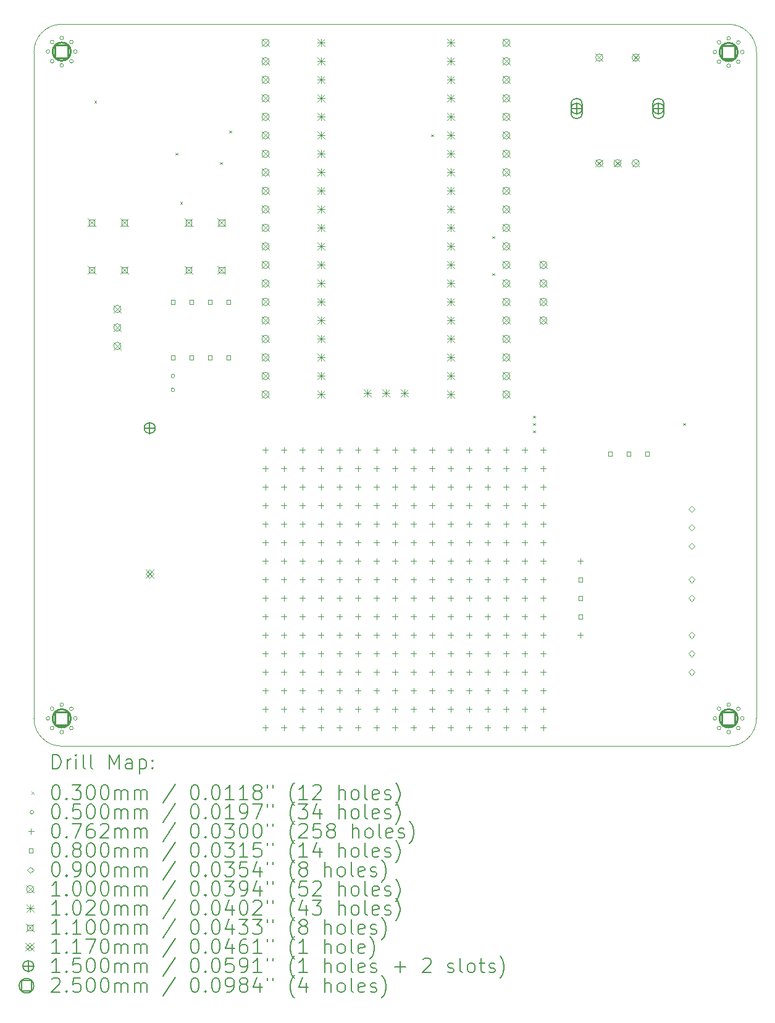
<source format=gbr>
%TF.GenerationSoftware,KiCad,Pcbnew,(6.0.10)*%
%TF.CreationDate,2023-01-30T13:49:40-05:00*%
%TF.ProjectId,door_counter_circuit,646f6f72-5f63-46f7-956e-7465725f6369,rev?*%
%TF.SameCoordinates,Original*%
%TF.FileFunction,Drillmap*%
%TF.FilePolarity,Positive*%
%FSLAX45Y45*%
G04 Gerber Fmt 4.5, Leading zero omitted, Abs format (unit mm)*
G04 Created by KiCad (PCBNEW (6.0.10)) date 2023-01-30 13:49:40*
%MOMM*%
%LPD*%
G01*
G04 APERTURE LIST*
%ADD10C,0.038100*%
%ADD11C,0.200000*%
%ADD12C,0.030000*%
%ADD13C,0.050000*%
%ADD14C,0.076200*%
%ADD15C,0.080000*%
%ADD16C,0.090000*%
%ADD17C,0.100000*%
%ADD18C,0.102000*%
%ADD19C,0.110000*%
%ADD20C,0.117000*%
%ADD21C,0.150000*%
%ADD22C,0.250000*%
G04 APERTURE END LIST*
D10*
X16764000Y-14986000D02*
X7620000Y-14986000D01*
X17145000Y-5461000D02*
G75*
G03*
X16764000Y-5080000I-381000J0D01*
G01*
X17145000Y-5461000D02*
X17145000Y-14605000D01*
X7239000Y-14605000D02*
X7239000Y-5461000D01*
X16764000Y-14986000D02*
G75*
G03*
X17145000Y-14605000I0J381000D01*
G01*
X7239000Y-14605000D02*
G75*
G03*
X7620000Y-14986000I381000J0D01*
G01*
X7620000Y-5080000D02*
X16764000Y-5080000D01*
X7620000Y-5080000D02*
G75*
G03*
X7239000Y-5461000I0J-381000D01*
G01*
D11*
D12*
X8065980Y-6128020D02*
X8095980Y-6158020D01*
X8095980Y-6128020D02*
X8065980Y-6158020D01*
X9179800Y-6843000D02*
X9209800Y-6873000D01*
X9209800Y-6843000D02*
X9179800Y-6873000D01*
X9243300Y-7516100D02*
X9273300Y-7546100D01*
X9273300Y-7516100D02*
X9243300Y-7546100D01*
X9789400Y-6970000D02*
X9819400Y-7000000D01*
X9819400Y-6970000D02*
X9789400Y-7000000D01*
X9916400Y-6538200D02*
X9946400Y-6568200D01*
X9946400Y-6538200D02*
X9916400Y-6568200D01*
X12685000Y-6589000D02*
X12715000Y-6619000D01*
X12715000Y-6589000D02*
X12685000Y-6619000D01*
X13523200Y-7986000D02*
X13553200Y-8016000D01*
X13553200Y-7986000D02*
X13523200Y-8016000D01*
X13523200Y-8494000D02*
X13553200Y-8524000D01*
X13553200Y-8494000D02*
X13523200Y-8524000D01*
X14082000Y-10449800D02*
X14112000Y-10479800D01*
X14112000Y-10449800D02*
X14082000Y-10479800D01*
X14082000Y-10551400D02*
X14112000Y-10581400D01*
X14112000Y-10551400D02*
X14082000Y-10581400D01*
X14082000Y-10653000D02*
X14112000Y-10683000D01*
X14112000Y-10653000D02*
X14082000Y-10683000D01*
X16139400Y-10551400D02*
X16169400Y-10581400D01*
X16169400Y-10551400D02*
X16139400Y-10581400D01*
D13*
X7457500Y-5455418D02*
G75*
G03*
X7457500Y-5455418I-25000J0D01*
G01*
X7457500Y-14605000D02*
G75*
G03*
X7457500Y-14605000I-25000J0D01*
G01*
X7512417Y-5322835D02*
G75*
G03*
X7512417Y-5322835I-25000J0D01*
G01*
X7512417Y-5588000D02*
G75*
G03*
X7512417Y-5588000I-25000J0D01*
G01*
X7512417Y-14472417D02*
G75*
G03*
X7512417Y-14472417I-25000J0D01*
G01*
X7512417Y-14737582D02*
G75*
G03*
X7512417Y-14737582I-25000J0D01*
G01*
X7645000Y-5267918D02*
G75*
G03*
X7645000Y-5267918I-25000J0D01*
G01*
X7645000Y-5642917D02*
G75*
G03*
X7645000Y-5642917I-25000J0D01*
G01*
X7645000Y-14417500D02*
G75*
G03*
X7645000Y-14417500I-25000J0D01*
G01*
X7645000Y-14792500D02*
G75*
G03*
X7645000Y-14792500I-25000J0D01*
G01*
X7777582Y-5322835D02*
G75*
G03*
X7777582Y-5322835I-25000J0D01*
G01*
X7777582Y-5588000D02*
G75*
G03*
X7777582Y-5588000I-25000J0D01*
G01*
X7777582Y-14472417D02*
G75*
G03*
X7777582Y-14472417I-25000J0D01*
G01*
X7777582Y-14737582D02*
G75*
G03*
X7777582Y-14737582I-25000J0D01*
G01*
X7832500Y-5455418D02*
G75*
G03*
X7832500Y-5455418I-25000J0D01*
G01*
X7832500Y-14605000D02*
G75*
G03*
X7832500Y-14605000I-25000J0D01*
G01*
X9169000Y-9906000D02*
G75*
G03*
X9169000Y-9906000I-25000J0D01*
G01*
X9169000Y-10096000D02*
G75*
G03*
X9169000Y-10096000I-25000J0D01*
G01*
X16601500Y-5461000D02*
G75*
G03*
X16601500Y-5461000I-25000J0D01*
G01*
X16601500Y-14605000D02*
G75*
G03*
X16601500Y-14605000I-25000J0D01*
G01*
X16656417Y-5328418D02*
G75*
G03*
X16656417Y-5328418I-25000J0D01*
G01*
X16656417Y-5593582D02*
G75*
G03*
X16656417Y-5593582I-25000J0D01*
G01*
X16656417Y-14472417D02*
G75*
G03*
X16656417Y-14472417I-25000J0D01*
G01*
X16656417Y-14737582D02*
G75*
G03*
X16656417Y-14737582I-25000J0D01*
G01*
X16789000Y-5273500D02*
G75*
G03*
X16789000Y-5273500I-25000J0D01*
G01*
X16789000Y-5648500D02*
G75*
G03*
X16789000Y-5648500I-25000J0D01*
G01*
X16789000Y-14417500D02*
G75*
G03*
X16789000Y-14417500I-25000J0D01*
G01*
X16789000Y-14792500D02*
G75*
G03*
X16789000Y-14792500I-25000J0D01*
G01*
X16921583Y-5328418D02*
G75*
G03*
X16921583Y-5328418I-25000J0D01*
G01*
X16921583Y-5593582D02*
G75*
G03*
X16921583Y-5593582I-25000J0D01*
G01*
X16921583Y-14472417D02*
G75*
G03*
X16921583Y-14472417I-25000J0D01*
G01*
X16921583Y-14737582D02*
G75*
G03*
X16921583Y-14737582I-25000J0D01*
G01*
X16976500Y-5461000D02*
G75*
G03*
X16976500Y-5461000I-25000J0D01*
G01*
X16976500Y-14605000D02*
G75*
G03*
X16976500Y-14605000I-25000J0D01*
G01*
D14*
X10414000Y-10883900D02*
X10414000Y-10960100D01*
X10375900Y-10922000D02*
X10452100Y-10922000D01*
X10414000Y-11137900D02*
X10414000Y-11214100D01*
X10375900Y-11176000D02*
X10452100Y-11176000D01*
X10414000Y-11391900D02*
X10414000Y-11468100D01*
X10375900Y-11430000D02*
X10452100Y-11430000D01*
X10414000Y-11645900D02*
X10414000Y-11722100D01*
X10375900Y-11684000D02*
X10452100Y-11684000D01*
X10414000Y-11899900D02*
X10414000Y-11976100D01*
X10375900Y-11938000D02*
X10452100Y-11938000D01*
X10414000Y-12153900D02*
X10414000Y-12230100D01*
X10375900Y-12192000D02*
X10452100Y-12192000D01*
X10414000Y-12407900D02*
X10414000Y-12484100D01*
X10375900Y-12446000D02*
X10452100Y-12446000D01*
X10414000Y-12661900D02*
X10414000Y-12738100D01*
X10375900Y-12700000D02*
X10452100Y-12700000D01*
X10414000Y-12915900D02*
X10414000Y-12992100D01*
X10375900Y-12954000D02*
X10452100Y-12954000D01*
X10414000Y-13169900D02*
X10414000Y-13246100D01*
X10375900Y-13208000D02*
X10452100Y-13208000D01*
X10414000Y-13423900D02*
X10414000Y-13500100D01*
X10375900Y-13462000D02*
X10452100Y-13462000D01*
X10414000Y-13677900D02*
X10414000Y-13754100D01*
X10375900Y-13716000D02*
X10452100Y-13716000D01*
X10414000Y-13931900D02*
X10414000Y-14008100D01*
X10375900Y-13970000D02*
X10452100Y-13970000D01*
X10414000Y-14185900D02*
X10414000Y-14262100D01*
X10375900Y-14224000D02*
X10452100Y-14224000D01*
X10414000Y-14439900D02*
X10414000Y-14516100D01*
X10375900Y-14478000D02*
X10452100Y-14478000D01*
X10414000Y-14693900D02*
X10414000Y-14770100D01*
X10375900Y-14732000D02*
X10452100Y-14732000D01*
X10668000Y-10883900D02*
X10668000Y-10960100D01*
X10629900Y-10922000D02*
X10706100Y-10922000D01*
X10668000Y-11137900D02*
X10668000Y-11214100D01*
X10629900Y-11176000D02*
X10706100Y-11176000D01*
X10668000Y-11391900D02*
X10668000Y-11468100D01*
X10629900Y-11430000D02*
X10706100Y-11430000D01*
X10668000Y-11645900D02*
X10668000Y-11722100D01*
X10629900Y-11684000D02*
X10706100Y-11684000D01*
X10668000Y-11899900D02*
X10668000Y-11976100D01*
X10629900Y-11938000D02*
X10706100Y-11938000D01*
X10668000Y-12153900D02*
X10668000Y-12230100D01*
X10629900Y-12192000D02*
X10706100Y-12192000D01*
X10668000Y-12407900D02*
X10668000Y-12484100D01*
X10629900Y-12446000D02*
X10706100Y-12446000D01*
X10668000Y-12661900D02*
X10668000Y-12738100D01*
X10629900Y-12700000D02*
X10706100Y-12700000D01*
X10668000Y-12915900D02*
X10668000Y-12992100D01*
X10629900Y-12954000D02*
X10706100Y-12954000D01*
X10668000Y-13169900D02*
X10668000Y-13246100D01*
X10629900Y-13208000D02*
X10706100Y-13208000D01*
X10668000Y-13423900D02*
X10668000Y-13500100D01*
X10629900Y-13462000D02*
X10706100Y-13462000D01*
X10668000Y-13677900D02*
X10668000Y-13754100D01*
X10629900Y-13716000D02*
X10706100Y-13716000D01*
X10668000Y-13931900D02*
X10668000Y-14008100D01*
X10629900Y-13970000D02*
X10706100Y-13970000D01*
X10668000Y-14185900D02*
X10668000Y-14262100D01*
X10629900Y-14224000D02*
X10706100Y-14224000D01*
X10668000Y-14439900D02*
X10668000Y-14516100D01*
X10629900Y-14478000D02*
X10706100Y-14478000D01*
X10668000Y-14693900D02*
X10668000Y-14770100D01*
X10629900Y-14732000D02*
X10706100Y-14732000D01*
X10922000Y-10883900D02*
X10922000Y-10960100D01*
X10883900Y-10922000D02*
X10960100Y-10922000D01*
X10922000Y-11137900D02*
X10922000Y-11214100D01*
X10883900Y-11176000D02*
X10960100Y-11176000D01*
X10922000Y-11391900D02*
X10922000Y-11468100D01*
X10883900Y-11430000D02*
X10960100Y-11430000D01*
X10922000Y-11645900D02*
X10922000Y-11722100D01*
X10883900Y-11684000D02*
X10960100Y-11684000D01*
X10922000Y-11899900D02*
X10922000Y-11976100D01*
X10883900Y-11938000D02*
X10960100Y-11938000D01*
X10922000Y-12153900D02*
X10922000Y-12230100D01*
X10883900Y-12192000D02*
X10960100Y-12192000D01*
X10922000Y-12407900D02*
X10922000Y-12484100D01*
X10883900Y-12446000D02*
X10960100Y-12446000D01*
X10922000Y-12661900D02*
X10922000Y-12738100D01*
X10883900Y-12700000D02*
X10960100Y-12700000D01*
X10922000Y-12915900D02*
X10922000Y-12992100D01*
X10883900Y-12954000D02*
X10960100Y-12954000D01*
X10922000Y-13169900D02*
X10922000Y-13246100D01*
X10883900Y-13208000D02*
X10960100Y-13208000D01*
X10922000Y-13423900D02*
X10922000Y-13500100D01*
X10883900Y-13462000D02*
X10960100Y-13462000D01*
X10922000Y-13677900D02*
X10922000Y-13754100D01*
X10883900Y-13716000D02*
X10960100Y-13716000D01*
X10922000Y-13931900D02*
X10922000Y-14008100D01*
X10883900Y-13970000D02*
X10960100Y-13970000D01*
X10922000Y-14185900D02*
X10922000Y-14262100D01*
X10883900Y-14224000D02*
X10960100Y-14224000D01*
X10922000Y-14439900D02*
X10922000Y-14516100D01*
X10883900Y-14478000D02*
X10960100Y-14478000D01*
X10922000Y-14693900D02*
X10922000Y-14770100D01*
X10883900Y-14732000D02*
X10960100Y-14732000D01*
X11176000Y-10883900D02*
X11176000Y-10960100D01*
X11137900Y-10922000D02*
X11214100Y-10922000D01*
X11176000Y-11137900D02*
X11176000Y-11214100D01*
X11137900Y-11176000D02*
X11214100Y-11176000D01*
X11176000Y-11391900D02*
X11176000Y-11468100D01*
X11137900Y-11430000D02*
X11214100Y-11430000D01*
X11176000Y-11645900D02*
X11176000Y-11722100D01*
X11137900Y-11684000D02*
X11214100Y-11684000D01*
X11176000Y-11899900D02*
X11176000Y-11976100D01*
X11137900Y-11938000D02*
X11214100Y-11938000D01*
X11176000Y-12153900D02*
X11176000Y-12230100D01*
X11137900Y-12192000D02*
X11214100Y-12192000D01*
X11176000Y-12407900D02*
X11176000Y-12484100D01*
X11137900Y-12446000D02*
X11214100Y-12446000D01*
X11176000Y-12661900D02*
X11176000Y-12738100D01*
X11137900Y-12700000D02*
X11214100Y-12700000D01*
X11176000Y-12915900D02*
X11176000Y-12992100D01*
X11137900Y-12954000D02*
X11214100Y-12954000D01*
X11176000Y-13169900D02*
X11176000Y-13246100D01*
X11137900Y-13208000D02*
X11214100Y-13208000D01*
X11176000Y-13423900D02*
X11176000Y-13500100D01*
X11137900Y-13462000D02*
X11214100Y-13462000D01*
X11176000Y-13677900D02*
X11176000Y-13754100D01*
X11137900Y-13716000D02*
X11214100Y-13716000D01*
X11176000Y-13931900D02*
X11176000Y-14008100D01*
X11137900Y-13970000D02*
X11214100Y-13970000D01*
X11176000Y-14185900D02*
X11176000Y-14262100D01*
X11137900Y-14224000D02*
X11214100Y-14224000D01*
X11176000Y-14439900D02*
X11176000Y-14516100D01*
X11137900Y-14478000D02*
X11214100Y-14478000D01*
X11176000Y-14693900D02*
X11176000Y-14770100D01*
X11137900Y-14732000D02*
X11214100Y-14732000D01*
X11430000Y-10883900D02*
X11430000Y-10960100D01*
X11391900Y-10922000D02*
X11468100Y-10922000D01*
X11430000Y-11137900D02*
X11430000Y-11214100D01*
X11391900Y-11176000D02*
X11468100Y-11176000D01*
X11430000Y-11391900D02*
X11430000Y-11468100D01*
X11391900Y-11430000D02*
X11468100Y-11430000D01*
X11430000Y-11645900D02*
X11430000Y-11722100D01*
X11391900Y-11684000D02*
X11468100Y-11684000D01*
X11430000Y-11899900D02*
X11430000Y-11976100D01*
X11391900Y-11938000D02*
X11468100Y-11938000D01*
X11430000Y-12153900D02*
X11430000Y-12230100D01*
X11391900Y-12192000D02*
X11468100Y-12192000D01*
X11430000Y-12407900D02*
X11430000Y-12484100D01*
X11391900Y-12446000D02*
X11468100Y-12446000D01*
X11430000Y-12661900D02*
X11430000Y-12738100D01*
X11391900Y-12700000D02*
X11468100Y-12700000D01*
X11430000Y-12915900D02*
X11430000Y-12992100D01*
X11391900Y-12954000D02*
X11468100Y-12954000D01*
X11430000Y-13169900D02*
X11430000Y-13246100D01*
X11391900Y-13208000D02*
X11468100Y-13208000D01*
X11430000Y-13423900D02*
X11430000Y-13500100D01*
X11391900Y-13462000D02*
X11468100Y-13462000D01*
X11430000Y-13677900D02*
X11430000Y-13754100D01*
X11391900Y-13716000D02*
X11468100Y-13716000D01*
X11430000Y-13931900D02*
X11430000Y-14008100D01*
X11391900Y-13970000D02*
X11468100Y-13970000D01*
X11430000Y-14185900D02*
X11430000Y-14262100D01*
X11391900Y-14224000D02*
X11468100Y-14224000D01*
X11430000Y-14439900D02*
X11430000Y-14516100D01*
X11391900Y-14478000D02*
X11468100Y-14478000D01*
X11430000Y-14693900D02*
X11430000Y-14770100D01*
X11391900Y-14732000D02*
X11468100Y-14732000D01*
X11684000Y-10883900D02*
X11684000Y-10960100D01*
X11645900Y-10922000D02*
X11722100Y-10922000D01*
X11684000Y-11137900D02*
X11684000Y-11214100D01*
X11645900Y-11176000D02*
X11722100Y-11176000D01*
X11684000Y-11391900D02*
X11684000Y-11468100D01*
X11645900Y-11430000D02*
X11722100Y-11430000D01*
X11684000Y-11645900D02*
X11684000Y-11722100D01*
X11645900Y-11684000D02*
X11722100Y-11684000D01*
X11684000Y-11899900D02*
X11684000Y-11976100D01*
X11645900Y-11938000D02*
X11722100Y-11938000D01*
X11684000Y-12153900D02*
X11684000Y-12230100D01*
X11645900Y-12192000D02*
X11722100Y-12192000D01*
X11684000Y-12407900D02*
X11684000Y-12484100D01*
X11645900Y-12446000D02*
X11722100Y-12446000D01*
X11684000Y-12661900D02*
X11684000Y-12738100D01*
X11645900Y-12700000D02*
X11722100Y-12700000D01*
X11684000Y-12915900D02*
X11684000Y-12992100D01*
X11645900Y-12954000D02*
X11722100Y-12954000D01*
X11684000Y-13169900D02*
X11684000Y-13246100D01*
X11645900Y-13208000D02*
X11722100Y-13208000D01*
X11684000Y-13423900D02*
X11684000Y-13500100D01*
X11645900Y-13462000D02*
X11722100Y-13462000D01*
X11684000Y-13677900D02*
X11684000Y-13754100D01*
X11645900Y-13716000D02*
X11722100Y-13716000D01*
X11684000Y-13931900D02*
X11684000Y-14008100D01*
X11645900Y-13970000D02*
X11722100Y-13970000D01*
X11684000Y-14185900D02*
X11684000Y-14262100D01*
X11645900Y-14224000D02*
X11722100Y-14224000D01*
X11684000Y-14439900D02*
X11684000Y-14516100D01*
X11645900Y-14478000D02*
X11722100Y-14478000D01*
X11684000Y-14693900D02*
X11684000Y-14770100D01*
X11645900Y-14732000D02*
X11722100Y-14732000D01*
X11938000Y-10883900D02*
X11938000Y-10960100D01*
X11899900Y-10922000D02*
X11976100Y-10922000D01*
X11938000Y-11137900D02*
X11938000Y-11214100D01*
X11899900Y-11176000D02*
X11976100Y-11176000D01*
X11938000Y-11391900D02*
X11938000Y-11468100D01*
X11899900Y-11430000D02*
X11976100Y-11430000D01*
X11938000Y-11645900D02*
X11938000Y-11722100D01*
X11899900Y-11684000D02*
X11976100Y-11684000D01*
X11938000Y-11899900D02*
X11938000Y-11976100D01*
X11899900Y-11938000D02*
X11976100Y-11938000D01*
X11938000Y-12153900D02*
X11938000Y-12230100D01*
X11899900Y-12192000D02*
X11976100Y-12192000D01*
X11938000Y-12407900D02*
X11938000Y-12484100D01*
X11899900Y-12446000D02*
X11976100Y-12446000D01*
X11938000Y-12661900D02*
X11938000Y-12738100D01*
X11899900Y-12700000D02*
X11976100Y-12700000D01*
X11938000Y-12915900D02*
X11938000Y-12992100D01*
X11899900Y-12954000D02*
X11976100Y-12954000D01*
X11938000Y-13169900D02*
X11938000Y-13246100D01*
X11899900Y-13208000D02*
X11976100Y-13208000D01*
X11938000Y-13423900D02*
X11938000Y-13500100D01*
X11899900Y-13462000D02*
X11976100Y-13462000D01*
X11938000Y-13677900D02*
X11938000Y-13754100D01*
X11899900Y-13716000D02*
X11976100Y-13716000D01*
X11938000Y-13931900D02*
X11938000Y-14008100D01*
X11899900Y-13970000D02*
X11976100Y-13970000D01*
X11938000Y-14185900D02*
X11938000Y-14262100D01*
X11899900Y-14224000D02*
X11976100Y-14224000D01*
X11938000Y-14439900D02*
X11938000Y-14516100D01*
X11899900Y-14478000D02*
X11976100Y-14478000D01*
X11938000Y-14693900D02*
X11938000Y-14770100D01*
X11899900Y-14732000D02*
X11976100Y-14732000D01*
X12192000Y-10883900D02*
X12192000Y-10960100D01*
X12153900Y-10922000D02*
X12230100Y-10922000D01*
X12192000Y-11137900D02*
X12192000Y-11214100D01*
X12153900Y-11176000D02*
X12230100Y-11176000D01*
X12192000Y-11391900D02*
X12192000Y-11468100D01*
X12153900Y-11430000D02*
X12230100Y-11430000D01*
X12192000Y-11645900D02*
X12192000Y-11722100D01*
X12153900Y-11684000D02*
X12230100Y-11684000D01*
X12192000Y-11899900D02*
X12192000Y-11976100D01*
X12153900Y-11938000D02*
X12230100Y-11938000D01*
X12192000Y-12153900D02*
X12192000Y-12230100D01*
X12153900Y-12192000D02*
X12230100Y-12192000D01*
X12192000Y-12407900D02*
X12192000Y-12484100D01*
X12153900Y-12446000D02*
X12230100Y-12446000D01*
X12192000Y-12661900D02*
X12192000Y-12738100D01*
X12153900Y-12700000D02*
X12230100Y-12700000D01*
X12192000Y-12915900D02*
X12192000Y-12992100D01*
X12153900Y-12954000D02*
X12230100Y-12954000D01*
X12192000Y-13169900D02*
X12192000Y-13246100D01*
X12153900Y-13208000D02*
X12230100Y-13208000D01*
X12192000Y-13423900D02*
X12192000Y-13500100D01*
X12153900Y-13462000D02*
X12230100Y-13462000D01*
X12192000Y-13677900D02*
X12192000Y-13754100D01*
X12153900Y-13716000D02*
X12230100Y-13716000D01*
X12192000Y-13931900D02*
X12192000Y-14008100D01*
X12153900Y-13970000D02*
X12230100Y-13970000D01*
X12192000Y-14185900D02*
X12192000Y-14262100D01*
X12153900Y-14224000D02*
X12230100Y-14224000D01*
X12192000Y-14439900D02*
X12192000Y-14516100D01*
X12153900Y-14478000D02*
X12230100Y-14478000D01*
X12192000Y-14693900D02*
X12192000Y-14770100D01*
X12153900Y-14732000D02*
X12230100Y-14732000D01*
X12446000Y-10883900D02*
X12446000Y-10960100D01*
X12407900Y-10922000D02*
X12484100Y-10922000D01*
X12446000Y-11137900D02*
X12446000Y-11214100D01*
X12407900Y-11176000D02*
X12484100Y-11176000D01*
X12446000Y-11391900D02*
X12446000Y-11468100D01*
X12407900Y-11430000D02*
X12484100Y-11430000D01*
X12446000Y-11645900D02*
X12446000Y-11722100D01*
X12407900Y-11684000D02*
X12484100Y-11684000D01*
X12446000Y-11899900D02*
X12446000Y-11976100D01*
X12407900Y-11938000D02*
X12484100Y-11938000D01*
X12446000Y-12153900D02*
X12446000Y-12230100D01*
X12407900Y-12192000D02*
X12484100Y-12192000D01*
X12446000Y-12407900D02*
X12446000Y-12484100D01*
X12407900Y-12446000D02*
X12484100Y-12446000D01*
X12446000Y-12661900D02*
X12446000Y-12738100D01*
X12407900Y-12700000D02*
X12484100Y-12700000D01*
X12446000Y-12915900D02*
X12446000Y-12992100D01*
X12407900Y-12954000D02*
X12484100Y-12954000D01*
X12446000Y-13169900D02*
X12446000Y-13246100D01*
X12407900Y-13208000D02*
X12484100Y-13208000D01*
X12446000Y-13423900D02*
X12446000Y-13500100D01*
X12407900Y-13462000D02*
X12484100Y-13462000D01*
X12446000Y-13677900D02*
X12446000Y-13754100D01*
X12407900Y-13716000D02*
X12484100Y-13716000D01*
X12446000Y-13931900D02*
X12446000Y-14008100D01*
X12407900Y-13970000D02*
X12484100Y-13970000D01*
X12446000Y-14185900D02*
X12446000Y-14262100D01*
X12407900Y-14224000D02*
X12484100Y-14224000D01*
X12446000Y-14439900D02*
X12446000Y-14516100D01*
X12407900Y-14478000D02*
X12484100Y-14478000D01*
X12446000Y-14693900D02*
X12446000Y-14770100D01*
X12407900Y-14732000D02*
X12484100Y-14732000D01*
X12700000Y-10883900D02*
X12700000Y-10960100D01*
X12661900Y-10922000D02*
X12738100Y-10922000D01*
X12700000Y-11137900D02*
X12700000Y-11214100D01*
X12661900Y-11176000D02*
X12738100Y-11176000D01*
X12700000Y-11391900D02*
X12700000Y-11468100D01*
X12661900Y-11430000D02*
X12738100Y-11430000D01*
X12700000Y-11645900D02*
X12700000Y-11722100D01*
X12661900Y-11684000D02*
X12738100Y-11684000D01*
X12700000Y-11899900D02*
X12700000Y-11976100D01*
X12661900Y-11938000D02*
X12738100Y-11938000D01*
X12700000Y-12153900D02*
X12700000Y-12230100D01*
X12661900Y-12192000D02*
X12738100Y-12192000D01*
X12700000Y-12407900D02*
X12700000Y-12484100D01*
X12661900Y-12446000D02*
X12738100Y-12446000D01*
X12700000Y-12661900D02*
X12700000Y-12738100D01*
X12661900Y-12700000D02*
X12738100Y-12700000D01*
X12700000Y-12915900D02*
X12700000Y-12992100D01*
X12661900Y-12954000D02*
X12738100Y-12954000D01*
X12700000Y-13169900D02*
X12700000Y-13246100D01*
X12661900Y-13208000D02*
X12738100Y-13208000D01*
X12700000Y-13423900D02*
X12700000Y-13500100D01*
X12661900Y-13462000D02*
X12738100Y-13462000D01*
X12700000Y-13677900D02*
X12700000Y-13754100D01*
X12661900Y-13716000D02*
X12738100Y-13716000D01*
X12700000Y-13931900D02*
X12700000Y-14008100D01*
X12661900Y-13970000D02*
X12738100Y-13970000D01*
X12700000Y-14185900D02*
X12700000Y-14262100D01*
X12661900Y-14224000D02*
X12738100Y-14224000D01*
X12700000Y-14439900D02*
X12700000Y-14516100D01*
X12661900Y-14478000D02*
X12738100Y-14478000D01*
X12700000Y-14693900D02*
X12700000Y-14770100D01*
X12661900Y-14732000D02*
X12738100Y-14732000D01*
X12954000Y-10883900D02*
X12954000Y-10960100D01*
X12915900Y-10922000D02*
X12992100Y-10922000D01*
X12954000Y-11137900D02*
X12954000Y-11214100D01*
X12915900Y-11176000D02*
X12992100Y-11176000D01*
X12954000Y-11391900D02*
X12954000Y-11468100D01*
X12915900Y-11430000D02*
X12992100Y-11430000D01*
X12954000Y-11645900D02*
X12954000Y-11722100D01*
X12915900Y-11684000D02*
X12992100Y-11684000D01*
X12954000Y-11899900D02*
X12954000Y-11976100D01*
X12915900Y-11938000D02*
X12992100Y-11938000D01*
X12954000Y-12153900D02*
X12954000Y-12230100D01*
X12915900Y-12192000D02*
X12992100Y-12192000D01*
X12954000Y-12407900D02*
X12954000Y-12484100D01*
X12915900Y-12446000D02*
X12992100Y-12446000D01*
X12954000Y-12661900D02*
X12954000Y-12738100D01*
X12915900Y-12700000D02*
X12992100Y-12700000D01*
X12954000Y-12915900D02*
X12954000Y-12992100D01*
X12915900Y-12954000D02*
X12992100Y-12954000D01*
X12954000Y-13169900D02*
X12954000Y-13246100D01*
X12915900Y-13208000D02*
X12992100Y-13208000D01*
X12954000Y-13423900D02*
X12954000Y-13500100D01*
X12915900Y-13462000D02*
X12992100Y-13462000D01*
X12954000Y-13677900D02*
X12954000Y-13754100D01*
X12915900Y-13716000D02*
X12992100Y-13716000D01*
X12954000Y-13931900D02*
X12954000Y-14008100D01*
X12915900Y-13970000D02*
X12992100Y-13970000D01*
X12954000Y-14185900D02*
X12954000Y-14262100D01*
X12915900Y-14224000D02*
X12992100Y-14224000D01*
X12954000Y-14439900D02*
X12954000Y-14516100D01*
X12915900Y-14478000D02*
X12992100Y-14478000D01*
X12954000Y-14693900D02*
X12954000Y-14770100D01*
X12915900Y-14732000D02*
X12992100Y-14732000D01*
X13208000Y-10883900D02*
X13208000Y-10960100D01*
X13169900Y-10922000D02*
X13246100Y-10922000D01*
X13208000Y-11137900D02*
X13208000Y-11214100D01*
X13169900Y-11176000D02*
X13246100Y-11176000D01*
X13208000Y-11391900D02*
X13208000Y-11468100D01*
X13169900Y-11430000D02*
X13246100Y-11430000D01*
X13208000Y-11645900D02*
X13208000Y-11722100D01*
X13169900Y-11684000D02*
X13246100Y-11684000D01*
X13208000Y-11899900D02*
X13208000Y-11976100D01*
X13169900Y-11938000D02*
X13246100Y-11938000D01*
X13208000Y-12153900D02*
X13208000Y-12230100D01*
X13169900Y-12192000D02*
X13246100Y-12192000D01*
X13208000Y-12407900D02*
X13208000Y-12484100D01*
X13169900Y-12446000D02*
X13246100Y-12446000D01*
X13208000Y-12661900D02*
X13208000Y-12738100D01*
X13169900Y-12700000D02*
X13246100Y-12700000D01*
X13208000Y-12915900D02*
X13208000Y-12992100D01*
X13169900Y-12954000D02*
X13246100Y-12954000D01*
X13208000Y-13169900D02*
X13208000Y-13246100D01*
X13169900Y-13208000D02*
X13246100Y-13208000D01*
X13208000Y-13423900D02*
X13208000Y-13500100D01*
X13169900Y-13462000D02*
X13246100Y-13462000D01*
X13208000Y-13677900D02*
X13208000Y-13754100D01*
X13169900Y-13716000D02*
X13246100Y-13716000D01*
X13208000Y-13931900D02*
X13208000Y-14008100D01*
X13169900Y-13970000D02*
X13246100Y-13970000D01*
X13208000Y-14185900D02*
X13208000Y-14262100D01*
X13169900Y-14224000D02*
X13246100Y-14224000D01*
X13208000Y-14439900D02*
X13208000Y-14516100D01*
X13169900Y-14478000D02*
X13246100Y-14478000D01*
X13208000Y-14693900D02*
X13208000Y-14770100D01*
X13169900Y-14732000D02*
X13246100Y-14732000D01*
X13462000Y-10883900D02*
X13462000Y-10960100D01*
X13423900Y-10922000D02*
X13500100Y-10922000D01*
X13462000Y-11137900D02*
X13462000Y-11214100D01*
X13423900Y-11176000D02*
X13500100Y-11176000D01*
X13462000Y-11391900D02*
X13462000Y-11468100D01*
X13423900Y-11430000D02*
X13500100Y-11430000D01*
X13462000Y-11645900D02*
X13462000Y-11722100D01*
X13423900Y-11684000D02*
X13500100Y-11684000D01*
X13462000Y-11899900D02*
X13462000Y-11976100D01*
X13423900Y-11938000D02*
X13500100Y-11938000D01*
X13462000Y-12153900D02*
X13462000Y-12230100D01*
X13423900Y-12192000D02*
X13500100Y-12192000D01*
X13462000Y-12407900D02*
X13462000Y-12484100D01*
X13423900Y-12446000D02*
X13500100Y-12446000D01*
X13462000Y-12661900D02*
X13462000Y-12738100D01*
X13423900Y-12700000D02*
X13500100Y-12700000D01*
X13462000Y-12915900D02*
X13462000Y-12992100D01*
X13423900Y-12954000D02*
X13500100Y-12954000D01*
X13462000Y-13169900D02*
X13462000Y-13246100D01*
X13423900Y-13208000D02*
X13500100Y-13208000D01*
X13462000Y-13423900D02*
X13462000Y-13500100D01*
X13423900Y-13462000D02*
X13500100Y-13462000D01*
X13462000Y-13677900D02*
X13462000Y-13754100D01*
X13423900Y-13716000D02*
X13500100Y-13716000D01*
X13462000Y-13931900D02*
X13462000Y-14008100D01*
X13423900Y-13970000D02*
X13500100Y-13970000D01*
X13462000Y-14185900D02*
X13462000Y-14262100D01*
X13423900Y-14224000D02*
X13500100Y-14224000D01*
X13462000Y-14439900D02*
X13462000Y-14516100D01*
X13423900Y-14478000D02*
X13500100Y-14478000D01*
X13462000Y-14693900D02*
X13462000Y-14770100D01*
X13423900Y-14732000D02*
X13500100Y-14732000D01*
X13716000Y-10883900D02*
X13716000Y-10960100D01*
X13677900Y-10922000D02*
X13754100Y-10922000D01*
X13716000Y-11137900D02*
X13716000Y-11214100D01*
X13677900Y-11176000D02*
X13754100Y-11176000D01*
X13716000Y-11391900D02*
X13716000Y-11468100D01*
X13677900Y-11430000D02*
X13754100Y-11430000D01*
X13716000Y-11645900D02*
X13716000Y-11722100D01*
X13677900Y-11684000D02*
X13754100Y-11684000D01*
X13716000Y-11899900D02*
X13716000Y-11976100D01*
X13677900Y-11938000D02*
X13754100Y-11938000D01*
X13716000Y-12153900D02*
X13716000Y-12230100D01*
X13677900Y-12192000D02*
X13754100Y-12192000D01*
X13716000Y-12407900D02*
X13716000Y-12484100D01*
X13677900Y-12446000D02*
X13754100Y-12446000D01*
X13716000Y-12661900D02*
X13716000Y-12738100D01*
X13677900Y-12700000D02*
X13754100Y-12700000D01*
X13716000Y-12915900D02*
X13716000Y-12992100D01*
X13677900Y-12954000D02*
X13754100Y-12954000D01*
X13716000Y-13169900D02*
X13716000Y-13246100D01*
X13677900Y-13208000D02*
X13754100Y-13208000D01*
X13716000Y-13423900D02*
X13716000Y-13500100D01*
X13677900Y-13462000D02*
X13754100Y-13462000D01*
X13716000Y-13677900D02*
X13716000Y-13754100D01*
X13677900Y-13716000D02*
X13754100Y-13716000D01*
X13716000Y-13931900D02*
X13716000Y-14008100D01*
X13677900Y-13970000D02*
X13754100Y-13970000D01*
X13716000Y-14185900D02*
X13716000Y-14262100D01*
X13677900Y-14224000D02*
X13754100Y-14224000D01*
X13716000Y-14439900D02*
X13716000Y-14516100D01*
X13677900Y-14478000D02*
X13754100Y-14478000D01*
X13716000Y-14693900D02*
X13716000Y-14770100D01*
X13677900Y-14732000D02*
X13754100Y-14732000D01*
X13970000Y-10883900D02*
X13970000Y-10960100D01*
X13931900Y-10922000D02*
X14008100Y-10922000D01*
X13970000Y-11137900D02*
X13970000Y-11214100D01*
X13931900Y-11176000D02*
X14008100Y-11176000D01*
X13970000Y-11391900D02*
X13970000Y-11468100D01*
X13931900Y-11430000D02*
X14008100Y-11430000D01*
X13970000Y-11645900D02*
X13970000Y-11722100D01*
X13931900Y-11684000D02*
X14008100Y-11684000D01*
X13970000Y-11899900D02*
X13970000Y-11976100D01*
X13931900Y-11938000D02*
X14008100Y-11938000D01*
X13970000Y-12153900D02*
X13970000Y-12230100D01*
X13931900Y-12192000D02*
X14008100Y-12192000D01*
X13970000Y-12407900D02*
X13970000Y-12484100D01*
X13931900Y-12446000D02*
X14008100Y-12446000D01*
X13970000Y-12661900D02*
X13970000Y-12738100D01*
X13931900Y-12700000D02*
X14008100Y-12700000D01*
X13970000Y-12915900D02*
X13970000Y-12992100D01*
X13931900Y-12954000D02*
X14008100Y-12954000D01*
X13970000Y-13169900D02*
X13970000Y-13246100D01*
X13931900Y-13208000D02*
X14008100Y-13208000D01*
X13970000Y-13423900D02*
X13970000Y-13500100D01*
X13931900Y-13462000D02*
X14008100Y-13462000D01*
X13970000Y-13677900D02*
X13970000Y-13754100D01*
X13931900Y-13716000D02*
X14008100Y-13716000D01*
X13970000Y-13931900D02*
X13970000Y-14008100D01*
X13931900Y-13970000D02*
X14008100Y-13970000D01*
X13970000Y-14185900D02*
X13970000Y-14262100D01*
X13931900Y-14224000D02*
X14008100Y-14224000D01*
X13970000Y-14439900D02*
X13970000Y-14516100D01*
X13931900Y-14478000D02*
X14008100Y-14478000D01*
X13970000Y-14693900D02*
X13970000Y-14770100D01*
X13931900Y-14732000D02*
X14008100Y-14732000D01*
X14224000Y-10883900D02*
X14224000Y-10960100D01*
X14185900Y-10922000D02*
X14262100Y-10922000D01*
X14224000Y-11137900D02*
X14224000Y-11214100D01*
X14185900Y-11176000D02*
X14262100Y-11176000D01*
X14224000Y-11391900D02*
X14224000Y-11468100D01*
X14185900Y-11430000D02*
X14262100Y-11430000D01*
X14224000Y-11645900D02*
X14224000Y-11722100D01*
X14185900Y-11684000D02*
X14262100Y-11684000D01*
X14224000Y-11899900D02*
X14224000Y-11976100D01*
X14185900Y-11938000D02*
X14262100Y-11938000D01*
X14224000Y-12153900D02*
X14224000Y-12230100D01*
X14185900Y-12192000D02*
X14262100Y-12192000D01*
X14224000Y-12407900D02*
X14224000Y-12484100D01*
X14185900Y-12446000D02*
X14262100Y-12446000D01*
X14224000Y-12661900D02*
X14224000Y-12738100D01*
X14185900Y-12700000D02*
X14262100Y-12700000D01*
X14224000Y-12915900D02*
X14224000Y-12992100D01*
X14185900Y-12954000D02*
X14262100Y-12954000D01*
X14224000Y-13169900D02*
X14224000Y-13246100D01*
X14185900Y-13208000D02*
X14262100Y-13208000D01*
X14224000Y-13423900D02*
X14224000Y-13500100D01*
X14185900Y-13462000D02*
X14262100Y-13462000D01*
X14224000Y-13677900D02*
X14224000Y-13754100D01*
X14185900Y-13716000D02*
X14262100Y-13716000D01*
X14224000Y-13931900D02*
X14224000Y-14008100D01*
X14185900Y-13970000D02*
X14262100Y-13970000D01*
X14224000Y-14185900D02*
X14224000Y-14262100D01*
X14185900Y-14224000D02*
X14262100Y-14224000D01*
X14224000Y-14439900D02*
X14224000Y-14516100D01*
X14185900Y-14478000D02*
X14262100Y-14478000D01*
X14224000Y-14693900D02*
X14224000Y-14770100D01*
X14185900Y-14732000D02*
X14262100Y-14732000D01*
X14732000Y-12407900D02*
X14732000Y-12484100D01*
X14693900Y-12446000D02*
X14770100Y-12446000D01*
X14732000Y-13423900D02*
X14732000Y-13500100D01*
X14693900Y-13462000D02*
X14770100Y-13462000D01*
D15*
X9172285Y-8918285D02*
X9172285Y-8861716D01*
X9115716Y-8861716D01*
X9115716Y-8918285D01*
X9172285Y-8918285D01*
X9172285Y-9680285D02*
X9172285Y-9623716D01*
X9115716Y-9623716D01*
X9115716Y-9680285D01*
X9172285Y-9680285D01*
X9426285Y-8918285D02*
X9426285Y-8861716D01*
X9369716Y-8861716D01*
X9369716Y-8918285D01*
X9426285Y-8918285D01*
X9426285Y-9680285D02*
X9426285Y-9623716D01*
X9369716Y-9623716D01*
X9369716Y-9680285D01*
X9426285Y-9680285D01*
X9680285Y-8918285D02*
X9680285Y-8861716D01*
X9623716Y-8861716D01*
X9623716Y-8918285D01*
X9680285Y-8918285D01*
X9680285Y-9680285D02*
X9680285Y-9623716D01*
X9623716Y-9623716D01*
X9623716Y-9680285D01*
X9680285Y-9680285D01*
X9934285Y-8918285D02*
X9934285Y-8861716D01*
X9877716Y-8861716D01*
X9877716Y-8918285D01*
X9934285Y-8918285D01*
X9934285Y-9680285D02*
X9934285Y-9623716D01*
X9877716Y-9623716D01*
X9877716Y-9680285D01*
X9934285Y-9680285D01*
X14760284Y-12728284D02*
X14760284Y-12671715D01*
X14703715Y-12671715D01*
X14703715Y-12728284D01*
X14760284Y-12728284D01*
X14760284Y-12982284D02*
X14760284Y-12925715D01*
X14703715Y-12925715D01*
X14703715Y-12982284D01*
X14760284Y-12982284D01*
X14760284Y-13236284D02*
X14760284Y-13179715D01*
X14703715Y-13179715D01*
X14703715Y-13236284D01*
X14760284Y-13236284D01*
X15166684Y-11001085D02*
X15166684Y-10944516D01*
X15110115Y-10944516D01*
X15110115Y-11001085D01*
X15166684Y-11001085D01*
X15420684Y-11001085D02*
X15420684Y-10944516D01*
X15364115Y-10944516D01*
X15364115Y-11001085D01*
X15420684Y-11001085D01*
X15674684Y-11001085D02*
X15674684Y-10944516D01*
X15618115Y-10944516D01*
X15618115Y-11001085D01*
X15674684Y-11001085D01*
D16*
X16256000Y-11777000D02*
X16301000Y-11732000D01*
X16256000Y-11687000D01*
X16211000Y-11732000D01*
X16256000Y-11777000D01*
X16256000Y-12031000D02*
X16301000Y-11986000D01*
X16256000Y-11941000D01*
X16211000Y-11986000D01*
X16256000Y-12031000D01*
X16256000Y-12285000D02*
X16301000Y-12240000D01*
X16256000Y-12195000D01*
X16211000Y-12240000D01*
X16256000Y-12285000D01*
X16256000Y-12745000D02*
X16301000Y-12700000D01*
X16256000Y-12655000D01*
X16211000Y-12700000D01*
X16256000Y-12745000D01*
X16256000Y-12999000D02*
X16301000Y-12954000D01*
X16256000Y-12909000D01*
X16211000Y-12954000D01*
X16256000Y-12999000D01*
X16256000Y-13507000D02*
X16301000Y-13462000D01*
X16256000Y-13417000D01*
X16211000Y-13462000D01*
X16256000Y-13507000D01*
X16256000Y-13761000D02*
X16301000Y-13716000D01*
X16256000Y-13671000D01*
X16211000Y-13716000D01*
X16256000Y-13761000D01*
X16256000Y-14015000D02*
X16301000Y-13970000D01*
X16256000Y-13925000D01*
X16211000Y-13970000D01*
X16256000Y-14015000D01*
D17*
X8332000Y-8936250D02*
X8432000Y-9036250D01*
X8432000Y-8936250D02*
X8332000Y-9036250D01*
X8432000Y-8986250D02*
G75*
G03*
X8432000Y-8986250I-50000J0D01*
G01*
X8332000Y-9190250D02*
X8432000Y-9290250D01*
X8432000Y-9190250D02*
X8332000Y-9290250D01*
X8432000Y-9240250D02*
G75*
G03*
X8432000Y-9240250I-50000J0D01*
G01*
X8332000Y-9444250D02*
X8432000Y-9544250D01*
X8432000Y-9444250D02*
X8332000Y-9544250D01*
X8432000Y-9494250D02*
G75*
G03*
X8432000Y-9494250I-50000J0D01*
G01*
X10364000Y-5284000D02*
X10464000Y-5384000D01*
X10464000Y-5284000D02*
X10364000Y-5384000D01*
X10464000Y-5334000D02*
G75*
G03*
X10464000Y-5334000I-50000J0D01*
G01*
X10364000Y-5538000D02*
X10464000Y-5638000D01*
X10464000Y-5538000D02*
X10364000Y-5638000D01*
X10464000Y-5588000D02*
G75*
G03*
X10464000Y-5588000I-50000J0D01*
G01*
X10364000Y-5792000D02*
X10464000Y-5892000D01*
X10464000Y-5792000D02*
X10364000Y-5892000D01*
X10464000Y-5842000D02*
G75*
G03*
X10464000Y-5842000I-50000J0D01*
G01*
X10364000Y-6046000D02*
X10464000Y-6146000D01*
X10464000Y-6046000D02*
X10364000Y-6146000D01*
X10464000Y-6096000D02*
G75*
G03*
X10464000Y-6096000I-50000J0D01*
G01*
X10364000Y-6300000D02*
X10464000Y-6400000D01*
X10464000Y-6300000D02*
X10364000Y-6400000D01*
X10464000Y-6350000D02*
G75*
G03*
X10464000Y-6350000I-50000J0D01*
G01*
X10364000Y-6554000D02*
X10464000Y-6654000D01*
X10464000Y-6554000D02*
X10364000Y-6654000D01*
X10464000Y-6604000D02*
G75*
G03*
X10464000Y-6604000I-50000J0D01*
G01*
X10364000Y-6808000D02*
X10464000Y-6908000D01*
X10464000Y-6808000D02*
X10364000Y-6908000D01*
X10464000Y-6858000D02*
G75*
G03*
X10464000Y-6858000I-50000J0D01*
G01*
X10364000Y-7062000D02*
X10464000Y-7162000D01*
X10464000Y-7062000D02*
X10364000Y-7162000D01*
X10464000Y-7112000D02*
G75*
G03*
X10464000Y-7112000I-50000J0D01*
G01*
X10364000Y-7316000D02*
X10464000Y-7416000D01*
X10464000Y-7316000D02*
X10364000Y-7416000D01*
X10464000Y-7366000D02*
G75*
G03*
X10464000Y-7366000I-50000J0D01*
G01*
X10364000Y-7570000D02*
X10464000Y-7670000D01*
X10464000Y-7570000D02*
X10364000Y-7670000D01*
X10464000Y-7620000D02*
G75*
G03*
X10464000Y-7620000I-50000J0D01*
G01*
X10364000Y-7824000D02*
X10464000Y-7924000D01*
X10464000Y-7824000D02*
X10364000Y-7924000D01*
X10464000Y-7874000D02*
G75*
G03*
X10464000Y-7874000I-50000J0D01*
G01*
X10364000Y-8078000D02*
X10464000Y-8178000D01*
X10464000Y-8078000D02*
X10364000Y-8178000D01*
X10464000Y-8128000D02*
G75*
G03*
X10464000Y-8128000I-50000J0D01*
G01*
X10364000Y-8332000D02*
X10464000Y-8432000D01*
X10464000Y-8332000D02*
X10364000Y-8432000D01*
X10464000Y-8382000D02*
G75*
G03*
X10464000Y-8382000I-50000J0D01*
G01*
X10364000Y-8586000D02*
X10464000Y-8686000D01*
X10464000Y-8586000D02*
X10364000Y-8686000D01*
X10464000Y-8636000D02*
G75*
G03*
X10464000Y-8636000I-50000J0D01*
G01*
X10364000Y-8840000D02*
X10464000Y-8940000D01*
X10464000Y-8840000D02*
X10364000Y-8940000D01*
X10464000Y-8890000D02*
G75*
G03*
X10464000Y-8890000I-50000J0D01*
G01*
X10364000Y-9094000D02*
X10464000Y-9194000D01*
X10464000Y-9094000D02*
X10364000Y-9194000D01*
X10464000Y-9144000D02*
G75*
G03*
X10464000Y-9144000I-50000J0D01*
G01*
X10364000Y-9348000D02*
X10464000Y-9448000D01*
X10464000Y-9348000D02*
X10364000Y-9448000D01*
X10464000Y-9398000D02*
G75*
G03*
X10464000Y-9398000I-50000J0D01*
G01*
X10364000Y-9602000D02*
X10464000Y-9702000D01*
X10464000Y-9602000D02*
X10364000Y-9702000D01*
X10464000Y-9652000D02*
G75*
G03*
X10464000Y-9652000I-50000J0D01*
G01*
X10364000Y-9856000D02*
X10464000Y-9956000D01*
X10464000Y-9856000D02*
X10364000Y-9956000D01*
X10464000Y-9906000D02*
G75*
G03*
X10464000Y-9906000I-50000J0D01*
G01*
X10364000Y-10110000D02*
X10464000Y-10210000D01*
X10464000Y-10110000D02*
X10364000Y-10210000D01*
X10464000Y-10160000D02*
G75*
G03*
X10464000Y-10160000I-50000J0D01*
G01*
X13666000Y-5284000D02*
X13766000Y-5384000D01*
X13766000Y-5284000D02*
X13666000Y-5384000D01*
X13766000Y-5334000D02*
G75*
G03*
X13766000Y-5334000I-50000J0D01*
G01*
X13666000Y-5538000D02*
X13766000Y-5638000D01*
X13766000Y-5538000D02*
X13666000Y-5638000D01*
X13766000Y-5588000D02*
G75*
G03*
X13766000Y-5588000I-50000J0D01*
G01*
X13666000Y-5792000D02*
X13766000Y-5892000D01*
X13766000Y-5792000D02*
X13666000Y-5892000D01*
X13766000Y-5842000D02*
G75*
G03*
X13766000Y-5842000I-50000J0D01*
G01*
X13666000Y-6046000D02*
X13766000Y-6146000D01*
X13766000Y-6046000D02*
X13666000Y-6146000D01*
X13766000Y-6096000D02*
G75*
G03*
X13766000Y-6096000I-50000J0D01*
G01*
X13666000Y-6300000D02*
X13766000Y-6400000D01*
X13766000Y-6300000D02*
X13666000Y-6400000D01*
X13766000Y-6350000D02*
G75*
G03*
X13766000Y-6350000I-50000J0D01*
G01*
X13666000Y-6554000D02*
X13766000Y-6654000D01*
X13766000Y-6554000D02*
X13666000Y-6654000D01*
X13766000Y-6604000D02*
G75*
G03*
X13766000Y-6604000I-50000J0D01*
G01*
X13666000Y-6808000D02*
X13766000Y-6908000D01*
X13766000Y-6808000D02*
X13666000Y-6908000D01*
X13766000Y-6858000D02*
G75*
G03*
X13766000Y-6858000I-50000J0D01*
G01*
X13666000Y-7062000D02*
X13766000Y-7162000D01*
X13766000Y-7062000D02*
X13666000Y-7162000D01*
X13766000Y-7112000D02*
G75*
G03*
X13766000Y-7112000I-50000J0D01*
G01*
X13666000Y-7316000D02*
X13766000Y-7416000D01*
X13766000Y-7316000D02*
X13666000Y-7416000D01*
X13766000Y-7366000D02*
G75*
G03*
X13766000Y-7366000I-50000J0D01*
G01*
X13666000Y-7570000D02*
X13766000Y-7670000D01*
X13766000Y-7570000D02*
X13666000Y-7670000D01*
X13766000Y-7620000D02*
G75*
G03*
X13766000Y-7620000I-50000J0D01*
G01*
X13666000Y-7824000D02*
X13766000Y-7924000D01*
X13766000Y-7824000D02*
X13666000Y-7924000D01*
X13766000Y-7874000D02*
G75*
G03*
X13766000Y-7874000I-50000J0D01*
G01*
X13666000Y-8078000D02*
X13766000Y-8178000D01*
X13766000Y-8078000D02*
X13666000Y-8178000D01*
X13766000Y-8128000D02*
G75*
G03*
X13766000Y-8128000I-50000J0D01*
G01*
X13666000Y-8332000D02*
X13766000Y-8432000D01*
X13766000Y-8332000D02*
X13666000Y-8432000D01*
X13766000Y-8382000D02*
G75*
G03*
X13766000Y-8382000I-50000J0D01*
G01*
X13666000Y-8586000D02*
X13766000Y-8686000D01*
X13766000Y-8586000D02*
X13666000Y-8686000D01*
X13766000Y-8636000D02*
G75*
G03*
X13766000Y-8636000I-50000J0D01*
G01*
X13666000Y-8840000D02*
X13766000Y-8940000D01*
X13766000Y-8840000D02*
X13666000Y-8940000D01*
X13766000Y-8890000D02*
G75*
G03*
X13766000Y-8890000I-50000J0D01*
G01*
X13666000Y-9094000D02*
X13766000Y-9194000D01*
X13766000Y-9094000D02*
X13666000Y-9194000D01*
X13766000Y-9144000D02*
G75*
G03*
X13766000Y-9144000I-50000J0D01*
G01*
X13666000Y-9348000D02*
X13766000Y-9448000D01*
X13766000Y-9348000D02*
X13666000Y-9448000D01*
X13766000Y-9398000D02*
G75*
G03*
X13766000Y-9398000I-50000J0D01*
G01*
X13666000Y-9602000D02*
X13766000Y-9702000D01*
X13766000Y-9602000D02*
X13666000Y-9702000D01*
X13766000Y-9652000D02*
G75*
G03*
X13766000Y-9652000I-50000J0D01*
G01*
X13666000Y-9856000D02*
X13766000Y-9956000D01*
X13766000Y-9856000D02*
X13666000Y-9956000D01*
X13766000Y-9906000D02*
G75*
G03*
X13766000Y-9906000I-50000J0D01*
G01*
X13666000Y-10110000D02*
X13766000Y-10210000D01*
X13766000Y-10110000D02*
X13666000Y-10210000D01*
X13766000Y-10160000D02*
G75*
G03*
X13766000Y-10160000I-50000J0D01*
G01*
X14174000Y-8332000D02*
X14274000Y-8432000D01*
X14274000Y-8332000D02*
X14174000Y-8432000D01*
X14274000Y-8382000D02*
G75*
G03*
X14274000Y-8382000I-50000J0D01*
G01*
X14174000Y-8586000D02*
X14274000Y-8686000D01*
X14274000Y-8586000D02*
X14174000Y-8686000D01*
X14274000Y-8636000D02*
G75*
G03*
X14274000Y-8636000I-50000J0D01*
G01*
X14174000Y-8840000D02*
X14274000Y-8940000D01*
X14274000Y-8840000D02*
X14174000Y-8940000D01*
X14274000Y-8890000D02*
G75*
G03*
X14274000Y-8890000I-50000J0D01*
G01*
X14174000Y-9094000D02*
X14274000Y-9194000D01*
X14274000Y-9094000D02*
X14174000Y-9194000D01*
X14274000Y-9144000D02*
G75*
G03*
X14274000Y-9144000I-50000J0D01*
G01*
X14940000Y-5486500D02*
X15040000Y-5586500D01*
X15040000Y-5486500D02*
X14940000Y-5586500D01*
X15040000Y-5536500D02*
G75*
G03*
X15040000Y-5536500I-50000J0D01*
G01*
X14940000Y-6936500D02*
X15040000Y-7036500D01*
X15040000Y-6936500D02*
X14940000Y-7036500D01*
X15040000Y-6986500D02*
G75*
G03*
X15040000Y-6986500I-50000J0D01*
G01*
X15190000Y-6936500D02*
X15290000Y-7036500D01*
X15290000Y-6936500D02*
X15190000Y-7036500D01*
X15290000Y-6986500D02*
G75*
G03*
X15290000Y-6986500I-50000J0D01*
G01*
X15440000Y-5486500D02*
X15540000Y-5586500D01*
X15540000Y-5486500D02*
X15440000Y-5586500D01*
X15540000Y-5536500D02*
G75*
G03*
X15540000Y-5536500I-50000J0D01*
G01*
X15440000Y-6936500D02*
X15540000Y-7036500D01*
X15540000Y-6936500D02*
X15440000Y-7036500D01*
X15540000Y-6986500D02*
G75*
G03*
X15540000Y-6986500I-50000J0D01*
G01*
D18*
X11125000Y-5283000D02*
X11227000Y-5385000D01*
X11227000Y-5283000D02*
X11125000Y-5385000D01*
X11176000Y-5283000D02*
X11176000Y-5385000D01*
X11125000Y-5334000D02*
X11227000Y-5334000D01*
X11125000Y-5537000D02*
X11227000Y-5639000D01*
X11227000Y-5537000D02*
X11125000Y-5639000D01*
X11176000Y-5537000D02*
X11176000Y-5639000D01*
X11125000Y-5588000D02*
X11227000Y-5588000D01*
X11125000Y-5791000D02*
X11227000Y-5893000D01*
X11227000Y-5791000D02*
X11125000Y-5893000D01*
X11176000Y-5791000D02*
X11176000Y-5893000D01*
X11125000Y-5842000D02*
X11227000Y-5842000D01*
X11125000Y-6045000D02*
X11227000Y-6147000D01*
X11227000Y-6045000D02*
X11125000Y-6147000D01*
X11176000Y-6045000D02*
X11176000Y-6147000D01*
X11125000Y-6096000D02*
X11227000Y-6096000D01*
X11125000Y-6299000D02*
X11227000Y-6401000D01*
X11227000Y-6299000D02*
X11125000Y-6401000D01*
X11176000Y-6299000D02*
X11176000Y-6401000D01*
X11125000Y-6350000D02*
X11227000Y-6350000D01*
X11125000Y-6553000D02*
X11227000Y-6655000D01*
X11227000Y-6553000D02*
X11125000Y-6655000D01*
X11176000Y-6553000D02*
X11176000Y-6655000D01*
X11125000Y-6604000D02*
X11227000Y-6604000D01*
X11125000Y-6807000D02*
X11227000Y-6909000D01*
X11227000Y-6807000D02*
X11125000Y-6909000D01*
X11176000Y-6807000D02*
X11176000Y-6909000D01*
X11125000Y-6858000D02*
X11227000Y-6858000D01*
X11125000Y-7061000D02*
X11227000Y-7163000D01*
X11227000Y-7061000D02*
X11125000Y-7163000D01*
X11176000Y-7061000D02*
X11176000Y-7163000D01*
X11125000Y-7112000D02*
X11227000Y-7112000D01*
X11125000Y-7315000D02*
X11227000Y-7417000D01*
X11227000Y-7315000D02*
X11125000Y-7417000D01*
X11176000Y-7315000D02*
X11176000Y-7417000D01*
X11125000Y-7366000D02*
X11227000Y-7366000D01*
X11125000Y-7569000D02*
X11227000Y-7671000D01*
X11227000Y-7569000D02*
X11125000Y-7671000D01*
X11176000Y-7569000D02*
X11176000Y-7671000D01*
X11125000Y-7620000D02*
X11227000Y-7620000D01*
X11125000Y-7823000D02*
X11227000Y-7925000D01*
X11227000Y-7823000D02*
X11125000Y-7925000D01*
X11176000Y-7823000D02*
X11176000Y-7925000D01*
X11125000Y-7874000D02*
X11227000Y-7874000D01*
X11125000Y-8077000D02*
X11227000Y-8179000D01*
X11227000Y-8077000D02*
X11125000Y-8179000D01*
X11176000Y-8077000D02*
X11176000Y-8179000D01*
X11125000Y-8128000D02*
X11227000Y-8128000D01*
X11125000Y-8331000D02*
X11227000Y-8433000D01*
X11227000Y-8331000D02*
X11125000Y-8433000D01*
X11176000Y-8331000D02*
X11176000Y-8433000D01*
X11125000Y-8382000D02*
X11227000Y-8382000D01*
X11125000Y-8585000D02*
X11227000Y-8687000D01*
X11227000Y-8585000D02*
X11125000Y-8687000D01*
X11176000Y-8585000D02*
X11176000Y-8687000D01*
X11125000Y-8636000D02*
X11227000Y-8636000D01*
X11125000Y-8839000D02*
X11227000Y-8941000D01*
X11227000Y-8839000D02*
X11125000Y-8941000D01*
X11176000Y-8839000D02*
X11176000Y-8941000D01*
X11125000Y-8890000D02*
X11227000Y-8890000D01*
X11125000Y-9093000D02*
X11227000Y-9195000D01*
X11227000Y-9093000D02*
X11125000Y-9195000D01*
X11176000Y-9093000D02*
X11176000Y-9195000D01*
X11125000Y-9144000D02*
X11227000Y-9144000D01*
X11125000Y-9347000D02*
X11227000Y-9449000D01*
X11227000Y-9347000D02*
X11125000Y-9449000D01*
X11176000Y-9347000D02*
X11176000Y-9449000D01*
X11125000Y-9398000D02*
X11227000Y-9398000D01*
X11125000Y-9601000D02*
X11227000Y-9703000D01*
X11227000Y-9601000D02*
X11125000Y-9703000D01*
X11176000Y-9601000D02*
X11176000Y-9703000D01*
X11125000Y-9652000D02*
X11227000Y-9652000D01*
X11125000Y-9855000D02*
X11227000Y-9957000D01*
X11227000Y-9855000D02*
X11125000Y-9957000D01*
X11176000Y-9855000D02*
X11176000Y-9957000D01*
X11125000Y-9906000D02*
X11227000Y-9906000D01*
X11125000Y-10109000D02*
X11227000Y-10211000D01*
X11227000Y-10109000D02*
X11125000Y-10211000D01*
X11176000Y-10109000D02*
X11176000Y-10211000D01*
X11125000Y-10160000D02*
X11227000Y-10160000D01*
X11760000Y-10086000D02*
X11862000Y-10188000D01*
X11862000Y-10086000D02*
X11760000Y-10188000D01*
X11811000Y-10086000D02*
X11811000Y-10188000D01*
X11760000Y-10137000D02*
X11862000Y-10137000D01*
X12014000Y-10086000D02*
X12116000Y-10188000D01*
X12116000Y-10086000D02*
X12014000Y-10188000D01*
X12065000Y-10086000D02*
X12065000Y-10188000D01*
X12014000Y-10137000D02*
X12116000Y-10137000D01*
X12268000Y-10086000D02*
X12370000Y-10188000D01*
X12370000Y-10086000D02*
X12268000Y-10188000D01*
X12319000Y-10086000D02*
X12319000Y-10188000D01*
X12268000Y-10137000D02*
X12370000Y-10137000D01*
X12903000Y-5283000D02*
X13005000Y-5385000D01*
X13005000Y-5283000D02*
X12903000Y-5385000D01*
X12954000Y-5283000D02*
X12954000Y-5385000D01*
X12903000Y-5334000D02*
X13005000Y-5334000D01*
X12903000Y-5537000D02*
X13005000Y-5639000D01*
X13005000Y-5537000D02*
X12903000Y-5639000D01*
X12954000Y-5537000D02*
X12954000Y-5639000D01*
X12903000Y-5588000D02*
X13005000Y-5588000D01*
X12903000Y-5791000D02*
X13005000Y-5893000D01*
X13005000Y-5791000D02*
X12903000Y-5893000D01*
X12954000Y-5791000D02*
X12954000Y-5893000D01*
X12903000Y-5842000D02*
X13005000Y-5842000D01*
X12903000Y-6045000D02*
X13005000Y-6147000D01*
X13005000Y-6045000D02*
X12903000Y-6147000D01*
X12954000Y-6045000D02*
X12954000Y-6147000D01*
X12903000Y-6096000D02*
X13005000Y-6096000D01*
X12903000Y-6299000D02*
X13005000Y-6401000D01*
X13005000Y-6299000D02*
X12903000Y-6401000D01*
X12954000Y-6299000D02*
X12954000Y-6401000D01*
X12903000Y-6350000D02*
X13005000Y-6350000D01*
X12903000Y-6553000D02*
X13005000Y-6655000D01*
X13005000Y-6553000D02*
X12903000Y-6655000D01*
X12954000Y-6553000D02*
X12954000Y-6655000D01*
X12903000Y-6604000D02*
X13005000Y-6604000D01*
X12903000Y-6807000D02*
X13005000Y-6909000D01*
X13005000Y-6807000D02*
X12903000Y-6909000D01*
X12954000Y-6807000D02*
X12954000Y-6909000D01*
X12903000Y-6858000D02*
X13005000Y-6858000D01*
X12903000Y-7061000D02*
X13005000Y-7163000D01*
X13005000Y-7061000D02*
X12903000Y-7163000D01*
X12954000Y-7061000D02*
X12954000Y-7163000D01*
X12903000Y-7112000D02*
X13005000Y-7112000D01*
X12903000Y-7315000D02*
X13005000Y-7417000D01*
X13005000Y-7315000D02*
X12903000Y-7417000D01*
X12954000Y-7315000D02*
X12954000Y-7417000D01*
X12903000Y-7366000D02*
X13005000Y-7366000D01*
X12903000Y-7569000D02*
X13005000Y-7671000D01*
X13005000Y-7569000D02*
X12903000Y-7671000D01*
X12954000Y-7569000D02*
X12954000Y-7671000D01*
X12903000Y-7620000D02*
X13005000Y-7620000D01*
X12903000Y-7823000D02*
X13005000Y-7925000D01*
X13005000Y-7823000D02*
X12903000Y-7925000D01*
X12954000Y-7823000D02*
X12954000Y-7925000D01*
X12903000Y-7874000D02*
X13005000Y-7874000D01*
X12903000Y-8077000D02*
X13005000Y-8179000D01*
X13005000Y-8077000D02*
X12903000Y-8179000D01*
X12954000Y-8077000D02*
X12954000Y-8179000D01*
X12903000Y-8128000D02*
X13005000Y-8128000D01*
X12903000Y-8331000D02*
X13005000Y-8433000D01*
X13005000Y-8331000D02*
X12903000Y-8433000D01*
X12954000Y-8331000D02*
X12954000Y-8433000D01*
X12903000Y-8382000D02*
X13005000Y-8382000D01*
X12903000Y-8585000D02*
X13005000Y-8687000D01*
X13005000Y-8585000D02*
X12903000Y-8687000D01*
X12954000Y-8585000D02*
X12954000Y-8687000D01*
X12903000Y-8636000D02*
X13005000Y-8636000D01*
X12903000Y-8839000D02*
X13005000Y-8941000D01*
X13005000Y-8839000D02*
X12903000Y-8941000D01*
X12954000Y-8839000D02*
X12954000Y-8941000D01*
X12903000Y-8890000D02*
X13005000Y-8890000D01*
X12903000Y-9093000D02*
X13005000Y-9195000D01*
X13005000Y-9093000D02*
X12903000Y-9195000D01*
X12954000Y-9093000D02*
X12954000Y-9195000D01*
X12903000Y-9144000D02*
X13005000Y-9144000D01*
X12903000Y-9347000D02*
X13005000Y-9449000D01*
X13005000Y-9347000D02*
X12903000Y-9449000D01*
X12954000Y-9347000D02*
X12954000Y-9449000D01*
X12903000Y-9398000D02*
X13005000Y-9398000D01*
X12903000Y-9601000D02*
X13005000Y-9703000D01*
X13005000Y-9601000D02*
X12903000Y-9703000D01*
X12954000Y-9601000D02*
X12954000Y-9703000D01*
X12903000Y-9652000D02*
X13005000Y-9652000D01*
X12903000Y-9855000D02*
X13005000Y-9957000D01*
X13005000Y-9855000D02*
X12903000Y-9957000D01*
X12954000Y-9855000D02*
X12954000Y-9957000D01*
X12903000Y-9906000D02*
X13005000Y-9906000D01*
X12903000Y-10109000D02*
X13005000Y-10211000D01*
X13005000Y-10109000D02*
X12903000Y-10211000D01*
X12954000Y-10109000D02*
X12954000Y-10211000D01*
X12903000Y-10160000D02*
X13005000Y-10160000D01*
D19*
X7975000Y-7748000D02*
X8085000Y-7858000D01*
X8085000Y-7748000D02*
X7975000Y-7858000D01*
X8068891Y-7841891D02*
X8068891Y-7764109D01*
X7991109Y-7764109D01*
X7991109Y-7841891D01*
X8068891Y-7841891D01*
X7975000Y-8398000D02*
X8085000Y-8508000D01*
X8085000Y-8398000D02*
X7975000Y-8508000D01*
X8068891Y-8491891D02*
X8068891Y-8414109D01*
X7991109Y-8414109D01*
X7991109Y-8491891D01*
X8068891Y-8491891D01*
X8425000Y-7748000D02*
X8535000Y-7858000D01*
X8535000Y-7748000D02*
X8425000Y-7858000D01*
X8518891Y-7841891D02*
X8518891Y-7764109D01*
X8441109Y-7764109D01*
X8441109Y-7841891D01*
X8518891Y-7841891D01*
X8425000Y-8398000D02*
X8535000Y-8508000D01*
X8535000Y-8398000D02*
X8425000Y-8508000D01*
X8518891Y-8491891D02*
X8518891Y-8414109D01*
X8441109Y-8414109D01*
X8441109Y-8491891D01*
X8518891Y-8491891D01*
X9308500Y-7748000D02*
X9418500Y-7858000D01*
X9418500Y-7748000D02*
X9308500Y-7858000D01*
X9402391Y-7841891D02*
X9402391Y-7764109D01*
X9324609Y-7764109D01*
X9324609Y-7841891D01*
X9402391Y-7841891D01*
X9308500Y-8398000D02*
X9418500Y-8508000D01*
X9418500Y-8398000D02*
X9308500Y-8508000D01*
X9402391Y-8491891D02*
X9402391Y-8414109D01*
X9324609Y-8414109D01*
X9324609Y-8491891D01*
X9402391Y-8491891D01*
X9758500Y-7748000D02*
X9868500Y-7858000D01*
X9868500Y-7748000D02*
X9758500Y-7858000D01*
X9852391Y-7841891D02*
X9852391Y-7764109D01*
X9774609Y-7764109D01*
X9774609Y-7841891D01*
X9852391Y-7841891D01*
X9758500Y-8398000D02*
X9868500Y-8508000D01*
X9868500Y-8398000D02*
X9758500Y-8508000D01*
X9852391Y-8491891D02*
X9852391Y-8414109D01*
X9774609Y-8414109D01*
X9774609Y-8491891D01*
X9852391Y-8491891D01*
D20*
X8768000Y-12562000D02*
X8885000Y-12679000D01*
X8885000Y-12562000D02*
X8768000Y-12679000D01*
X8826500Y-12679000D02*
X8885000Y-12620500D01*
X8826500Y-12562000D01*
X8768000Y-12620500D01*
X8826500Y-12679000D01*
D21*
X8826500Y-10545500D02*
X8826500Y-10695500D01*
X8751500Y-10620500D02*
X8901500Y-10620500D01*
X8901500Y-10620500D02*
G75*
G03*
X8901500Y-10620500I-75000J0D01*
G01*
X14680000Y-6161500D02*
X14680000Y-6311500D01*
X14605000Y-6236500D02*
X14755000Y-6236500D01*
X14755000Y-6236500D02*
G75*
G03*
X14755000Y-6236500I-75000J0D01*
G01*
D11*
X14755000Y-6301500D02*
X14755000Y-6171500D01*
X14605000Y-6301500D02*
X14605000Y-6171500D01*
X14755000Y-6171500D02*
G75*
G03*
X14605000Y-6171500I-75000J0D01*
G01*
X14605000Y-6301500D02*
G75*
G03*
X14755000Y-6301500I75000J0D01*
G01*
D21*
X15800000Y-6161500D02*
X15800000Y-6311500D01*
X15725000Y-6236500D02*
X15875000Y-6236500D01*
X15875000Y-6236500D02*
G75*
G03*
X15875000Y-6236500I-75000J0D01*
G01*
D11*
X15875000Y-6301500D02*
X15875000Y-6171500D01*
X15725000Y-6301500D02*
X15725000Y-6171500D01*
X15875000Y-6171500D02*
G75*
G03*
X15725000Y-6171500I-75000J0D01*
G01*
X15725000Y-6301500D02*
G75*
G03*
X15875000Y-6301500I75000J0D01*
G01*
D22*
X7708389Y-5543807D02*
X7708389Y-5367028D01*
X7531611Y-5367028D01*
X7531611Y-5543807D01*
X7708389Y-5543807D01*
X7745000Y-5455418D02*
G75*
G03*
X7745000Y-5455418I-125000J0D01*
G01*
X7708389Y-14693389D02*
X7708389Y-14516611D01*
X7531611Y-14516611D01*
X7531611Y-14693389D01*
X7708389Y-14693389D01*
X7745000Y-14605000D02*
G75*
G03*
X7745000Y-14605000I-125000J0D01*
G01*
X16852389Y-5549389D02*
X16852389Y-5372611D01*
X16675611Y-5372611D01*
X16675611Y-5549389D01*
X16852389Y-5549389D01*
X16889000Y-5461000D02*
G75*
G03*
X16889000Y-5461000I-125000J0D01*
G01*
X16852389Y-14693389D02*
X16852389Y-14516611D01*
X16675611Y-14516611D01*
X16675611Y-14693389D01*
X16852389Y-14693389D01*
X16889000Y-14605000D02*
G75*
G03*
X16889000Y-14605000I-125000J0D01*
G01*
D11*
X7494714Y-15298381D02*
X7494714Y-15098381D01*
X7542333Y-15098381D01*
X7570904Y-15107905D01*
X7589952Y-15126953D01*
X7599476Y-15146000D01*
X7609000Y-15184095D01*
X7609000Y-15212667D01*
X7599476Y-15250762D01*
X7589952Y-15269810D01*
X7570904Y-15288857D01*
X7542333Y-15298381D01*
X7494714Y-15298381D01*
X7694714Y-15298381D02*
X7694714Y-15165048D01*
X7694714Y-15203143D02*
X7704238Y-15184095D01*
X7713762Y-15174572D01*
X7732809Y-15165048D01*
X7751857Y-15165048D01*
X7818523Y-15298381D02*
X7818523Y-15165048D01*
X7818523Y-15098381D02*
X7809000Y-15107905D01*
X7818523Y-15117429D01*
X7828047Y-15107905D01*
X7818523Y-15098381D01*
X7818523Y-15117429D01*
X7942333Y-15298381D02*
X7923285Y-15288857D01*
X7913762Y-15269810D01*
X7913762Y-15098381D01*
X8047095Y-15298381D02*
X8028047Y-15288857D01*
X8018523Y-15269810D01*
X8018523Y-15098381D01*
X8275666Y-15298381D02*
X8275666Y-15098381D01*
X8342333Y-15241238D01*
X8409000Y-15098381D01*
X8409000Y-15298381D01*
X8589952Y-15298381D02*
X8589952Y-15193619D01*
X8580428Y-15174572D01*
X8561381Y-15165048D01*
X8523285Y-15165048D01*
X8504238Y-15174572D01*
X8589952Y-15288857D02*
X8570905Y-15298381D01*
X8523285Y-15298381D01*
X8504238Y-15288857D01*
X8494714Y-15269810D01*
X8494714Y-15250762D01*
X8504238Y-15231714D01*
X8523285Y-15222191D01*
X8570905Y-15222191D01*
X8589952Y-15212667D01*
X8685190Y-15165048D02*
X8685190Y-15365048D01*
X8685190Y-15174572D02*
X8704238Y-15165048D01*
X8742333Y-15165048D01*
X8761381Y-15174572D01*
X8770905Y-15184095D01*
X8780428Y-15203143D01*
X8780428Y-15260286D01*
X8770905Y-15279333D01*
X8761381Y-15288857D01*
X8742333Y-15298381D01*
X8704238Y-15298381D01*
X8685190Y-15288857D01*
X8866143Y-15279333D02*
X8875666Y-15288857D01*
X8866143Y-15298381D01*
X8856619Y-15288857D01*
X8866143Y-15279333D01*
X8866143Y-15298381D01*
X8866143Y-15174572D02*
X8875666Y-15184095D01*
X8866143Y-15193619D01*
X8856619Y-15184095D01*
X8866143Y-15174572D01*
X8866143Y-15193619D01*
D12*
X7207095Y-15612905D02*
X7237095Y-15642905D01*
X7237095Y-15612905D02*
X7207095Y-15642905D01*
D11*
X7532809Y-15518381D02*
X7551857Y-15518381D01*
X7570904Y-15527905D01*
X7580428Y-15537429D01*
X7589952Y-15556476D01*
X7599476Y-15594572D01*
X7599476Y-15642191D01*
X7589952Y-15680286D01*
X7580428Y-15699333D01*
X7570904Y-15708857D01*
X7551857Y-15718381D01*
X7532809Y-15718381D01*
X7513762Y-15708857D01*
X7504238Y-15699333D01*
X7494714Y-15680286D01*
X7485190Y-15642191D01*
X7485190Y-15594572D01*
X7494714Y-15556476D01*
X7504238Y-15537429D01*
X7513762Y-15527905D01*
X7532809Y-15518381D01*
X7685190Y-15699333D02*
X7694714Y-15708857D01*
X7685190Y-15718381D01*
X7675666Y-15708857D01*
X7685190Y-15699333D01*
X7685190Y-15718381D01*
X7761381Y-15518381D02*
X7885190Y-15518381D01*
X7818523Y-15594572D01*
X7847095Y-15594572D01*
X7866143Y-15604095D01*
X7875666Y-15613619D01*
X7885190Y-15632667D01*
X7885190Y-15680286D01*
X7875666Y-15699333D01*
X7866143Y-15708857D01*
X7847095Y-15718381D01*
X7789952Y-15718381D01*
X7770904Y-15708857D01*
X7761381Y-15699333D01*
X8009000Y-15518381D02*
X8028047Y-15518381D01*
X8047095Y-15527905D01*
X8056619Y-15537429D01*
X8066143Y-15556476D01*
X8075666Y-15594572D01*
X8075666Y-15642191D01*
X8066143Y-15680286D01*
X8056619Y-15699333D01*
X8047095Y-15708857D01*
X8028047Y-15718381D01*
X8009000Y-15718381D01*
X7989952Y-15708857D01*
X7980428Y-15699333D01*
X7970904Y-15680286D01*
X7961381Y-15642191D01*
X7961381Y-15594572D01*
X7970904Y-15556476D01*
X7980428Y-15537429D01*
X7989952Y-15527905D01*
X8009000Y-15518381D01*
X8199476Y-15518381D02*
X8218523Y-15518381D01*
X8237571Y-15527905D01*
X8247095Y-15537429D01*
X8256619Y-15556476D01*
X8266143Y-15594572D01*
X8266143Y-15642191D01*
X8256619Y-15680286D01*
X8247095Y-15699333D01*
X8237571Y-15708857D01*
X8218523Y-15718381D01*
X8199476Y-15718381D01*
X8180428Y-15708857D01*
X8170904Y-15699333D01*
X8161381Y-15680286D01*
X8151857Y-15642191D01*
X8151857Y-15594572D01*
X8161381Y-15556476D01*
X8170904Y-15537429D01*
X8180428Y-15527905D01*
X8199476Y-15518381D01*
X8351857Y-15718381D02*
X8351857Y-15585048D01*
X8351857Y-15604095D02*
X8361381Y-15594572D01*
X8380428Y-15585048D01*
X8409000Y-15585048D01*
X8428047Y-15594572D01*
X8437571Y-15613619D01*
X8437571Y-15718381D01*
X8437571Y-15613619D02*
X8447095Y-15594572D01*
X8466143Y-15585048D01*
X8494714Y-15585048D01*
X8513762Y-15594572D01*
X8523285Y-15613619D01*
X8523285Y-15718381D01*
X8618524Y-15718381D02*
X8618524Y-15585048D01*
X8618524Y-15604095D02*
X8628047Y-15594572D01*
X8647095Y-15585048D01*
X8675666Y-15585048D01*
X8694714Y-15594572D01*
X8704238Y-15613619D01*
X8704238Y-15718381D01*
X8704238Y-15613619D02*
X8713762Y-15594572D01*
X8732809Y-15585048D01*
X8761381Y-15585048D01*
X8780428Y-15594572D01*
X8789952Y-15613619D01*
X8789952Y-15718381D01*
X9180428Y-15508857D02*
X9009000Y-15766000D01*
X9437571Y-15518381D02*
X9456619Y-15518381D01*
X9475666Y-15527905D01*
X9485190Y-15537429D01*
X9494714Y-15556476D01*
X9504238Y-15594572D01*
X9504238Y-15642191D01*
X9494714Y-15680286D01*
X9485190Y-15699333D01*
X9475666Y-15708857D01*
X9456619Y-15718381D01*
X9437571Y-15718381D01*
X9418524Y-15708857D01*
X9409000Y-15699333D01*
X9399476Y-15680286D01*
X9389952Y-15642191D01*
X9389952Y-15594572D01*
X9399476Y-15556476D01*
X9409000Y-15537429D01*
X9418524Y-15527905D01*
X9437571Y-15518381D01*
X9589952Y-15699333D02*
X9599476Y-15708857D01*
X9589952Y-15718381D01*
X9580428Y-15708857D01*
X9589952Y-15699333D01*
X9589952Y-15718381D01*
X9723285Y-15518381D02*
X9742333Y-15518381D01*
X9761381Y-15527905D01*
X9770905Y-15537429D01*
X9780428Y-15556476D01*
X9789952Y-15594572D01*
X9789952Y-15642191D01*
X9780428Y-15680286D01*
X9770905Y-15699333D01*
X9761381Y-15708857D01*
X9742333Y-15718381D01*
X9723285Y-15718381D01*
X9704238Y-15708857D01*
X9694714Y-15699333D01*
X9685190Y-15680286D01*
X9675666Y-15642191D01*
X9675666Y-15594572D01*
X9685190Y-15556476D01*
X9694714Y-15537429D01*
X9704238Y-15527905D01*
X9723285Y-15518381D01*
X9980428Y-15718381D02*
X9866143Y-15718381D01*
X9923285Y-15718381D02*
X9923285Y-15518381D01*
X9904238Y-15546953D01*
X9885190Y-15566000D01*
X9866143Y-15575524D01*
X10170905Y-15718381D02*
X10056619Y-15718381D01*
X10113762Y-15718381D02*
X10113762Y-15518381D01*
X10094714Y-15546953D01*
X10075666Y-15566000D01*
X10056619Y-15575524D01*
X10285190Y-15604095D02*
X10266143Y-15594572D01*
X10256619Y-15585048D01*
X10247095Y-15566000D01*
X10247095Y-15556476D01*
X10256619Y-15537429D01*
X10266143Y-15527905D01*
X10285190Y-15518381D01*
X10323285Y-15518381D01*
X10342333Y-15527905D01*
X10351857Y-15537429D01*
X10361381Y-15556476D01*
X10361381Y-15566000D01*
X10351857Y-15585048D01*
X10342333Y-15594572D01*
X10323285Y-15604095D01*
X10285190Y-15604095D01*
X10266143Y-15613619D01*
X10256619Y-15623143D01*
X10247095Y-15642191D01*
X10247095Y-15680286D01*
X10256619Y-15699333D01*
X10266143Y-15708857D01*
X10285190Y-15718381D01*
X10323285Y-15718381D01*
X10342333Y-15708857D01*
X10351857Y-15699333D01*
X10361381Y-15680286D01*
X10361381Y-15642191D01*
X10351857Y-15623143D01*
X10342333Y-15613619D01*
X10323285Y-15604095D01*
X10437571Y-15518381D02*
X10437571Y-15556476D01*
X10513762Y-15518381D02*
X10513762Y-15556476D01*
X10809000Y-15794572D02*
X10799476Y-15785048D01*
X10780428Y-15756476D01*
X10770905Y-15737429D01*
X10761381Y-15708857D01*
X10751857Y-15661238D01*
X10751857Y-15623143D01*
X10761381Y-15575524D01*
X10770905Y-15546953D01*
X10780428Y-15527905D01*
X10799476Y-15499333D01*
X10809000Y-15489810D01*
X10989952Y-15718381D02*
X10875666Y-15718381D01*
X10932809Y-15718381D02*
X10932809Y-15518381D01*
X10913762Y-15546953D01*
X10894714Y-15566000D01*
X10875666Y-15575524D01*
X11066143Y-15537429D02*
X11075666Y-15527905D01*
X11094714Y-15518381D01*
X11142333Y-15518381D01*
X11161381Y-15527905D01*
X11170905Y-15537429D01*
X11180428Y-15556476D01*
X11180428Y-15575524D01*
X11170905Y-15604095D01*
X11056619Y-15718381D01*
X11180428Y-15718381D01*
X11418523Y-15718381D02*
X11418523Y-15518381D01*
X11504238Y-15718381D02*
X11504238Y-15613619D01*
X11494714Y-15594572D01*
X11475666Y-15585048D01*
X11447095Y-15585048D01*
X11428047Y-15594572D01*
X11418523Y-15604095D01*
X11628047Y-15718381D02*
X11609000Y-15708857D01*
X11599476Y-15699333D01*
X11589952Y-15680286D01*
X11589952Y-15623143D01*
X11599476Y-15604095D01*
X11609000Y-15594572D01*
X11628047Y-15585048D01*
X11656619Y-15585048D01*
X11675666Y-15594572D01*
X11685190Y-15604095D01*
X11694714Y-15623143D01*
X11694714Y-15680286D01*
X11685190Y-15699333D01*
X11675666Y-15708857D01*
X11656619Y-15718381D01*
X11628047Y-15718381D01*
X11809000Y-15718381D02*
X11789952Y-15708857D01*
X11780428Y-15689810D01*
X11780428Y-15518381D01*
X11961381Y-15708857D02*
X11942333Y-15718381D01*
X11904238Y-15718381D01*
X11885190Y-15708857D01*
X11875666Y-15689810D01*
X11875666Y-15613619D01*
X11885190Y-15594572D01*
X11904238Y-15585048D01*
X11942333Y-15585048D01*
X11961381Y-15594572D01*
X11970904Y-15613619D01*
X11970904Y-15632667D01*
X11875666Y-15651714D01*
X12047095Y-15708857D02*
X12066143Y-15718381D01*
X12104238Y-15718381D01*
X12123285Y-15708857D01*
X12132809Y-15689810D01*
X12132809Y-15680286D01*
X12123285Y-15661238D01*
X12104238Y-15651714D01*
X12075666Y-15651714D01*
X12056619Y-15642191D01*
X12047095Y-15623143D01*
X12047095Y-15613619D01*
X12056619Y-15594572D01*
X12075666Y-15585048D01*
X12104238Y-15585048D01*
X12123285Y-15594572D01*
X12199476Y-15794572D02*
X12209000Y-15785048D01*
X12228047Y-15756476D01*
X12237571Y-15737429D01*
X12247095Y-15708857D01*
X12256619Y-15661238D01*
X12256619Y-15623143D01*
X12247095Y-15575524D01*
X12237571Y-15546953D01*
X12228047Y-15527905D01*
X12209000Y-15499333D01*
X12199476Y-15489810D01*
D13*
X7237095Y-15891905D02*
G75*
G03*
X7237095Y-15891905I-25000J0D01*
G01*
D11*
X7532809Y-15782381D02*
X7551857Y-15782381D01*
X7570904Y-15791905D01*
X7580428Y-15801429D01*
X7589952Y-15820476D01*
X7599476Y-15858572D01*
X7599476Y-15906191D01*
X7589952Y-15944286D01*
X7580428Y-15963333D01*
X7570904Y-15972857D01*
X7551857Y-15982381D01*
X7532809Y-15982381D01*
X7513762Y-15972857D01*
X7504238Y-15963333D01*
X7494714Y-15944286D01*
X7485190Y-15906191D01*
X7485190Y-15858572D01*
X7494714Y-15820476D01*
X7504238Y-15801429D01*
X7513762Y-15791905D01*
X7532809Y-15782381D01*
X7685190Y-15963333D02*
X7694714Y-15972857D01*
X7685190Y-15982381D01*
X7675666Y-15972857D01*
X7685190Y-15963333D01*
X7685190Y-15982381D01*
X7875666Y-15782381D02*
X7780428Y-15782381D01*
X7770904Y-15877619D01*
X7780428Y-15868095D01*
X7799476Y-15858572D01*
X7847095Y-15858572D01*
X7866143Y-15868095D01*
X7875666Y-15877619D01*
X7885190Y-15896667D01*
X7885190Y-15944286D01*
X7875666Y-15963333D01*
X7866143Y-15972857D01*
X7847095Y-15982381D01*
X7799476Y-15982381D01*
X7780428Y-15972857D01*
X7770904Y-15963333D01*
X8009000Y-15782381D02*
X8028047Y-15782381D01*
X8047095Y-15791905D01*
X8056619Y-15801429D01*
X8066143Y-15820476D01*
X8075666Y-15858572D01*
X8075666Y-15906191D01*
X8066143Y-15944286D01*
X8056619Y-15963333D01*
X8047095Y-15972857D01*
X8028047Y-15982381D01*
X8009000Y-15982381D01*
X7989952Y-15972857D01*
X7980428Y-15963333D01*
X7970904Y-15944286D01*
X7961381Y-15906191D01*
X7961381Y-15858572D01*
X7970904Y-15820476D01*
X7980428Y-15801429D01*
X7989952Y-15791905D01*
X8009000Y-15782381D01*
X8199476Y-15782381D02*
X8218523Y-15782381D01*
X8237571Y-15791905D01*
X8247095Y-15801429D01*
X8256619Y-15820476D01*
X8266143Y-15858572D01*
X8266143Y-15906191D01*
X8256619Y-15944286D01*
X8247095Y-15963333D01*
X8237571Y-15972857D01*
X8218523Y-15982381D01*
X8199476Y-15982381D01*
X8180428Y-15972857D01*
X8170904Y-15963333D01*
X8161381Y-15944286D01*
X8151857Y-15906191D01*
X8151857Y-15858572D01*
X8161381Y-15820476D01*
X8170904Y-15801429D01*
X8180428Y-15791905D01*
X8199476Y-15782381D01*
X8351857Y-15982381D02*
X8351857Y-15849048D01*
X8351857Y-15868095D02*
X8361381Y-15858572D01*
X8380428Y-15849048D01*
X8409000Y-15849048D01*
X8428047Y-15858572D01*
X8437571Y-15877619D01*
X8437571Y-15982381D01*
X8437571Y-15877619D02*
X8447095Y-15858572D01*
X8466143Y-15849048D01*
X8494714Y-15849048D01*
X8513762Y-15858572D01*
X8523285Y-15877619D01*
X8523285Y-15982381D01*
X8618524Y-15982381D02*
X8618524Y-15849048D01*
X8618524Y-15868095D02*
X8628047Y-15858572D01*
X8647095Y-15849048D01*
X8675666Y-15849048D01*
X8694714Y-15858572D01*
X8704238Y-15877619D01*
X8704238Y-15982381D01*
X8704238Y-15877619D02*
X8713762Y-15858572D01*
X8732809Y-15849048D01*
X8761381Y-15849048D01*
X8780428Y-15858572D01*
X8789952Y-15877619D01*
X8789952Y-15982381D01*
X9180428Y-15772857D02*
X9009000Y-16030000D01*
X9437571Y-15782381D02*
X9456619Y-15782381D01*
X9475666Y-15791905D01*
X9485190Y-15801429D01*
X9494714Y-15820476D01*
X9504238Y-15858572D01*
X9504238Y-15906191D01*
X9494714Y-15944286D01*
X9485190Y-15963333D01*
X9475666Y-15972857D01*
X9456619Y-15982381D01*
X9437571Y-15982381D01*
X9418524Y-15972857D01*
X9409000Y-15963333D01*
X9399476Y-15944286D01*
X9389952Y-15906191D01*
X9389952Y-15858572D01*
X9399476Y-15820476D01*
X9409000Y-15801429D01*
X9418524Y-15791905D01*
X9437571Y-15782381D01*
X9589952Y-15963333D02*
X9599476Y-15972857D01*
X9589952Y-15982381D01*
X9580428Y-15972857D01*
X9589952Y-15963333D01*
X9589952Y-15982381D01*
X9723285Y-15782381D02*
X9742333Y-15782381D01*
X9761381Y-15791905D01*
X9770905Y-15801429D01*
X9780428Y-15820476D01*
X9789952Y-15858572D01*
X9789952Y-15906191D01*
X9780428Y-15944286D01*
X9770905Y-15963333D01*
X9761381Y-15972857D01*
X9742333Y-15982381D01*
X9723285Y-15982381D01*
X9704238Y-15972857D01*
X9694714Y-15963333D01*
X9685190Y-15944286D01*
X9675666Y-15906191D01*
X9675666Y-15858572D01*
X9685190Y-15820476D01*
X9694714Y-15801429D01*
X9704238Y-15791905D01*
X9723285Y-15782381D01*
X9980428Y-15982381D02*
X9866143Y-15982381D01*
X9923285Y-15982381D02*
X9923285Y-15782381D01*
X9904238Y-15810953D01*
X9885190Y-15830000D01*
X9866143Y-15839524D01*
X10075666Y-15982381D02*
X10113762Y-15982381D01*
X10132809Y-15972857D01*
X10142333Y-15963333D01*
X10161381Y-15934762D01*
X10170905Y-15896667D01*
X10170905Y-15820476D01*
X10161381Y-15801429D01*
X10151857Y-15791905D01*
X10132809Y-15782381D01*
X10094714Y-15782381D01*
X10075666Y-15791905D01*
X10066143Y-15801429D01*
X10056619Y-15820476D01*
X10056619Y-15868095D01*
X10066143Y-15887143D01*
X10075666Y-15896667D01*
X10094714Y-15906191D01*
X10132809Y-15906191D01*
X10151857Y-15896667D01*
X10161381Y-15887143D01*
X10170905Y-15868095D01*
X10237571Y-15782381D02*
X10370905Y-15782381D01*
X10285190Y-15982381D01*
X10437571Y-15782381D02*
X10437571Y-15820476D01*
X10513762Y-15782381D02*
X10513762Y-15820476D01*
X10809000Y-16058572D02*
X10799476Y-16049048D01*
X10780428Y-16020476D01*
X10770905Y-16001429D01*
X10761381Y-15972857D01*
X10751857Y-15925238D01*
X10751857Y-15887143D01*
X10761381Y-15839524D01*
X10770905Y-15810953D01*
X10780428Y-15791905D01*
X10799476Y-15763333D01*
X10809000Y-15753810D01*
X10866143Y-15782381D02*
X10989952Y-15782381D01*
X10923285Y-15858572D01*
X10951857Y-15858572D01*
X10970905Y-15868095D01*
X10980428Y-15877619D01*
X10989952Y-15896667D01*
X10989952Y-15944286D01*
X10980428Y-15963333D01*
X10970905Y-15972857D01*
X10951857Y-15982381D01*
X10894714Y-15982381D01*
X10875666Y-15972857D01*
X10866143Y-15963333D01*
X11161381Y-15849048D02*
X11161381Y-15982381D01*
X11113762Y-15772857D02*
X11066143Y-15915714D01*
X11189952Y-15915714D01*
X11418523Y-15982381D02*
X11418523Y-15782381D01*
X11504238Y-15982381D02*
X11504238Y-15877619D01*
X11494714Y-15858572D01*
X11475666Y-15849048D01*
X11447095Y-15849048D01*
X11428047Y-15858572D01*
X11418523Y-15868095D01*
X11628047Y-15982381D02*
X11609000Y-15972857D01*
X11599476Y-15963333D01*
X11589952Y-15944286D01*
X11589952Y-15887143D01*
X11599476Y-15868095D01*
X11609000Y-15858572D01*
X11628047Y-15849048D01*
X11656619Y-15849048D01*
X11675666Y-15858572D01*
X11685190Y-15868095D01*
X11694714Y-15887143D01*
X11694714Y-15944286D01*
X11685190Y-15963333D01*
X11675666Y-15972857D01*
X11656619Y-15982381D01*
X11628047Y-15982381D01*
X11809000Y-15982381D02*
X11789952Y-15972857D01*
X11780428Y-15953810D01*
X11780428Y-15782381D01*
X11961381Y-15972857D02*
X11942333Y-15982381D01*
X11904238Y-15982381D01*
X11885190Y-15972857D01*
X11875666Y-15953810D01*
X11875666Y-15877619D01*
X11885190Y-15858572D01*
X11904238Y-15849048D01*
X11942333Y-15849048D01*
X11961381Y-15858572D01*
X11970904Y-15877619D01*
X11970904Y-15896667D01*
X11875666Y-15915714D01*
X12047095Y-15972857D02*
X12066143Y-15982381D01*
X12104238Y-15982381D01*
X12123285Y-15972857D01*
X12132809Y-15953810D01*
X12132809Y-15944286D01*
X12123285Y-15925238D01*
X12104238Y-15915714D01*
X12075666Y-15915714D01*
X12056619Y-15906191D01*
X12047095Y-15887143D01*
X12047095Y-15877619D01*
X12056619Y-15858572D01*
X12075666Y-15849048D01*
X12104238Y-15849048D01*
X12123285Y-15858572D01*
X12199476Y-16058572D02*
X12209000Y-16049048D01*
X12228047Y-16020476D01*
X12237571Y-16001429D01*
X12247095Y-15972857D01*
X12256619Y-15925238D01*
X12256619Y-15887143D01*
X12247095Y-15839524D01*
X12237571Y-15810953D01*
X12228047Y-15791905D01*
X12209000Y-15763333D01*
X12199476Y-15753810D01*
D14*
X7198995Y-16117805D02*
X7198995Y-16194005D01*
X7160895Y-16155905D02*
X7237095Y-16155905D01*
D11*
X7532809Y-16046381D02*
X7551857Y-16046381D01*
X7570904Y-16055905D01*
X7580428Y-16065429D01*
X7589952Y-16084476D01*
X7599476Y-16122572D01*
X7599476Y-16170191D01*
X7589952Y-16208286D01*
X7580428Y-16227333D01*
X7570904Y-16236857D01*
X7551857Y-16246381D01*
X7532809Y-16246381D01*
X7513762Y-16236857D01*
X7504238Y-16227333D01*
X7494714Y-16208286D01*
X7485190Y-16170191D01*
X7485190Y-16122572D01*
X7494714Y-16084476D01*
X7504238Y-16065429D01*
X7513762Y-16055905D01*
X7532809Y-16046381D01*
X7685190Y-16227333D02*
X7694714Y-16236857D01*
X7685190Y-16246381D01*
X7675666Y-16236857D01*
X7685190Y-16227333D01*
X7685190Y-16246381D01*
X7761381Y-16046381D02*
X7894714Y-16046381D01*
X7809000Y-16246381D01*
X8056619Y-16046381D02*
X8018523Y-16046381D01*
X7999476Y-16055905D01*
X7989952Y-16065429D01*
X7970904Y-16094000D01*
X7961381Y-16132095D01*
X7961381Y-16208286D01*
X7970904Y-16227333D01*
X7980428Y-16236857D01*
X7999476Y-16246381D01*
X8037571Y-16246381D01*
X8056619Y-16236857D01*
X8066143Y-16227333D01*
X8075666Y-16208286D01*
X8075666Y-16160667D01*
X8066143Y-16141619D01*
X8056619Y-16132095D01*
X8037571Y-16122572D01*
X7999476Y-16122572D01*
X7980428Y-16132095D01*
X7970904Y-16141619D01*
X7961381Y-16160667D01*
X8151857Y-16065429D02*
X8161381Y-16055905D01*
X8180428Y-16046381D01*
X8228047Y-16046381D01*
X8247095Y-16055905D01*
X8256619Y-16065429D01*
X8266143Y-16084476D01*
X8266143Y-16103524D01*
X8256619Y-16132095D01*
X8142333Y-16246381D01*
X8266143Y-16246381D01*
X8351857Y-16246381D02*
X8351857Y-16113048D01*
X8351857Y-16132095D02*
X8361381Y-16122572D01*
X8380428Y-16113048D01*
X8409000Y-16113048D01*
X8428047Y-16122572D01*
X8437571Y-16141619D01*
X8437571Y-16246381D01*
X8437571Y-16141619D02*
X8447095Y-16122572D01*
X8466143Y-16113048D01*
X8494714Y-16113048D01*
X8513762Y-16122572D01*
X8523285Y-16141619D01*
X8523285Y-16246381D01*
X8618524Y-16246381D02*
X8618524Y-16113048D01*
X8618524Y-16132095D02*
X8628047Y-16122572D01*
X8647095Y-16113048D01*
X8675666Y-16113048D01*
X8694714Y-16122572D01*
X8704238Y-16141619D01*
X8704238Y-16246381D01*
X8704238Y-16141619D02*
X8713762Y-16122572D01*
X8732809Y-16113048D01*
X8761381Y-16113048D01*
X8780428Y-16122572D01*
X8789952Y-16141619D01*
X8789952Y-16246381D01*
X9180428Y-16036857D02*
X9009000Y-16294000D01*
X9437571Y-16046381D02*
X9456619Y-16046381D01*
X9475666Y-16055905D01*
X9485190Y-16065429D01*
X9494714Y-16084476D01*
X9504238Y-16122572D01*
X9504238Y-16170191D01*
X9494714Y-16208286D01*
X9485190Y-16227333D01*
X9475666Y-16236857D01*
X9456619Y-16246381D01*
X9437571Y-16246381D01*
X9418524Y-16236857D01*
X9409000Y-16227333D01*
X9399476Y-16208286D01*
X9389952Y-16170191D01*
X9389952Y-16122572D01*
X9399476Y-16084476D01*
X9409000Y-16065429D01*
X9418524Y-16055905D01*
X9437571Y-16046381D01*
X9589952Y-16227333D02*
X9599476Y-16236857D01*
X9589952Y-16246381D01*
X9580428Y-16236857D01*
X9589952Y-16227333D01*
X9589952Y-16246381D01*
X9723285Y-16046381D02*
X9742333Y-16046381D01*
X9761381Y-16055905D01*
X9770905Y-16065429D01*
X9780428Y-16084476D01*
X9789952Y-16122572D01*
X9789952Y-16170191D01*
X9780428Y-16208286D01*
X9770905Y-16227333D01*
X9761381Y-16236857D01*
X9742333Y-16246381D01*
X9723285Y-16246381D01*
X9704238Y-16236857D01*
X9694714Y-16227333D01*
X9685190Y-16208286D01*
X9675666Y-16170191D01*
X9675666Y-16122572D01*
X9685190Y-16084476D01*
X9694714Y-16065429D01*
X9704238Y-16055905D01*
X9723285Y-16046381D01*
X9856619Y-16046381D02*
X9980428Y-16046381D01*
X9913762Y-16122572D01*
X9942333Y-16122572D01*
X9961381Y-16132095D01*
X9970905Y-16141619D01*
X9980428Y-16160667D01*
X9980428Y-16208286D01*
X9970905Y-16227333D01*
X9961381Y-16236857D01*
X9942333Y-16246381D01*
X9885190Y-16246381D01*
X9866143Y-16236857D01*
X9856619Y-16227333D01*
X10104238Y-16046381D02*
X10123285Y-16046381D01*
X10142333Y-16055905D01*
X10151857Y-16065429D01*
X10161381Y-16084476D01*
X10170905Y-16122572D01*
X10170905Y-16170191D01*
X10161381Y-16208286D01*
X10151857Y-16227333D01*
X10142333Y-16236857D01*
X10123285Y-16246381D01*
X10104238Y-16246381D01*
X10085190Y-16236857D01*
X10075666Y-16227333D01*
X10066143Y-16208286D01*
X10056619Y-16170191D01*
X10056619Y-16122572D01*
X10066143Y-16084476D01*
X10075666Y-16065429D01*
X10085190Y-16055905D01*
X10104238Y-16046381D01*
X10294714Y-16046381D02*
X10313762Y-16046381D01*
X10332809Y-16055905D01*
X10342333Y-16065429D01*
X10351857Y-16084476D01*
X10361381Y-16122572D01*
X10361381Y-16170191D01*
X10351857Y-16208286D01*
X10342333Y-16227333D01*
X10332809Y-16236857D01*
X10313762Y-16246381D01*
X10294714Y-16246381D01*
X10275666Y-16236857D01*
X10266143Y-16227333D01*
X10256619Y-16208286D01*
X10247095Y-16170191D01*
X10247095Y-16122572D01*
X10256619Y-16084476D01*
X10266143Y-16065429D01*
X10275666Y-16055905D01*
X10294714Y-16046381D01*
X10437571Y-16046381D02*
X10437571Y-16084476D01*
X10513762Y-16046381D02*
X10513762Y-16084476D01*
X10809000Y-16322572D02*
X10799476Y-16313048D01*
X10780428Y-16284476D01*
X10770905Y-16265429D01*
X10761381Y-16236857D01*
X10751857Y-16189238D01*
X10751857Y-16151143D01*
X10761381Y-16103524D01*
X10770905Y-16074953D01*
X10780428Y-16055905D01*
X10799476Y-16027333D01*
X10809000Y-16017810D01*
X10875666Y-16065429D02*
X10885190Y-16055905D01*
X10904238Y-16046381D01*
X10951857Y-16046381D01*
X10970905Y-16055905D01*
X10980428Y-16065429D01*
X10989952Y-16084476D01*
X10989952Y-16103524D01*
X10980428Y-16132095D01*
X10866143Y-16246381D01*
X10989952Y-16246381D01*
X11170905Y-16046381D02*
X11075666Y-16046381D01*
X11066143Y-16141619D01*
X11075666Y-16132095D01*
X11094714Y-16122572D01*
X11142333Y-16122572D01*
X11161381Y-16132095D01*
X11170905Y-16141619D01*
X11180428Y-16160667D01*
X11180428Y-16208286D01*
X11170905Y-16227333D01*
X11161381Y-16236857D01*
X11142333Y-16246381D01*
X11094714Y-16246381D01*
X11075666Y-16236857D01*
X11066143Y-16227333D01*
X11294714Y-16132095D02*
X11275666Y-16122572D01*
X11266143Y-16113048D01*
X11256619Y-16094000D01*
X11256619Y-16084476D01*
X11266143Y-16065429D01*
X11275666Y-16055905D01*
X11294714Y-16046381D01*
X11332809Y-16046381D01*
X11351857Y-16055905D01*
X11361381Y-16065429D01*
X11370904Y-16084476D01*
X11370904Y-16094000D01*
X11361381Y-16113048D01*
X11351857Y-16122572D01*
X11332809Y-16132095D01*
X11294714Y-16132095D01*
X11275666Y-16141619D01*
X11266143Y-16151143D01*
X11256619Y-16170191D01*
X11256619Y-16208286D01*
X11266143Y-16227333D01*
X11275666Y-16236857D01*
X11294714Y-16246381D01*
X11332809Y-16246381D01*
X11351857Y-16236857D01*
X11361381Y-16227333D01*
X11370904Y-16208286D01*
X11370904Y-16170191D01*
X11361381Y-16151143D01*
X11351857Y-16141619D01*
X11332809Y-16132095D01*
X11609000Y-16246381D02*
X11609000Y-16046381D01*
X11694714Y-16246381D02*
X11694714Y-16141619D01*
X11685190Y-16122572D01*
X11666143Y-16113048D01*
X11637571Y-16113048D01*
X11618523Y-16122572D01*
X11609000Y-16132095D01*
X11818523Y-16246381D02*
X11799476Y-16236857D01*
X11789952Y-16227333D01*
X11780428Y-16208286D01*
X11780428Y-16151143D01*
X11789952Y-16132095D01*
X11799476Y-16122572D01*
X11818523Y-16113048D01*
X11847095Y-16113048D01*
X11866143Y-16122572D01*
X11875666Y-16132095D01*
X11885190Y-16151143D01*
X11885190Y-16208286D01*
X11875666Y-16227333D01*
X11866143Y-16236857D01*
X11847095Y-16246381D01*
X11818523Y-16246381D01*
X11999476Y-16246381D02*
X11980428Y-16236857D01*
X11970904Y-16217810D01*
X11970904Y-16046381D01*
X12151857Y-16236857D02*
X12132809Y-16246381D01*
X12094714Y-16246381D01*
X12075666Y-16236857D01*
X12066143Y-16217810D01*
X12066143Y-16141619D01*
X12075666Y-16122572D01*
X12094714Y-16113048D01*
X12132809Y-16113048D01*
X12151857Y-16122572D01*
X12161381Y-16141619D01*
X12161381Y-16160667D01*
X12066143Y-16179714D01*
X12237571Y-16236857D02*
X12256619Y-16246381D01*
X12294714Y-16246381D01*
X12313762Y-16236857D01*
X12323285Y-16217810D01*
X12323285Y-16208286D01*
X12313762Y-16189238D01*
X12294714Y-16179714D01*
X12266143Y-16179714D01*
X12247095Y-16170191D01*
X12237571Y-16151143D01*
X12237571Y-16141619D01*
X12247095Y-16122572D01*
X12266143Y-16113048D01*
X12294714Y-16113048D01*
X12313762Y-16122572D01*
X12389952Y-16322572D02*
X12399476Y-16313048D01*
X12418523Y-16284476D01*
X12428047Y-16265429D01*
X12437571Y-16236857D01*
X12447095Y-16189238D01*
X12447095Y-16151143D01*
X12437571Y-16103524D01*
X12428047Y-16074953D01*
X12418523Y-16055905D01*
X12399476Y-16027333D01*
X12389952Y-16017810D01*
D15*
X7225379Y-16448189D02*
X7225379Y-16391620D01*
X7168810Y-16391620D01*
X7168810Y-16448189D01*
X7225379Y-16448189D01*
D11*
X7532809Y-16310381D02*
X7551857Y-16310381D01*
X7570904Y-16319905D01*
X7580428Y-16329429D01*
X7589952Y-16348476D01*
X7599476Y-16386572D01*
X7599476Y-16434191D01*
X7589952Y-16472286D01*
X7580428Y-16491333D01*
X7570904Y-16500857D01*
X7551857Y-16510381D01*
X7532809Y-16510381D01*
X7513762Y-16500857D01*
X7504238Y-16491333D01*
X7494714Y-16472286D01*
X7485190Y-16434191D01*
X7485190Y-16386572D01*
X7494714Y-16348476D01*
X7504238Y-16329429D01*
X7513762Y-16319905D01*
X7532809Y-16310381D01*
X7685190Y-16491333D02*
X7694714Y-16500857D01*
X7685190Y-16510381D01*
X7675666Y-16500857D01*
X7685190Y-16491333D01*
X7685190Y-16510381D01*
X7809000Y-16396095D02*
X7789952Y-16386572D01*
X7780428Y-16377048D01*
X7770904Y-16358000D01*
X7770904Y-16348476D01*
X7780428Y-16329429D01*
X7789952Y-16319905D01*
X7809000Y-16310381D01*
X7847095Y-16310381D01*
X7866143Y-16319905D01*
X7875666Y-16329429D01*
X7885190Y-16348476D01*
X7885190Y-16358000D01*
X7875666Y-16377048D01*
X7866143Y-16386572D01*
X7847095Y-16396095D01*
X7809000Y-16396095D01*
X7789952Y-16405619D01*
X7780428Y-16415143D01*
X7770904Y-16434191D01*
X7770904Y-16472286D01*
X7780428Y-16491333D01*
X7789952Y-16500857D01*
X7809000Y-16510381D01*
X7847095Y-16510381D01*
X7866143Y-16500857D01*
X7875666Y-16491333D01*
X7885190Y-16472286D01*
X7885190Y-16434191D01*
X7875666Y-16415143D01*
X7866143Y-16405619D01*
X7847095Y-16396095D01*
X8009000Y-16310381D02*
X8028047Y-16310381D01*
X8047095Y-16319905D01*
X8056619Y-16329429D01*
X8066143Y-16348476D01*
X8075666Y-16386572D01*
X8075666Y-16434191D01*
X8066143Y-16472286D01*
X8056619Y-16491333D01*
X8047095Y-16500857D01*
X8028047Y-16510381D01*
X8009000Y-16510381D01*
X7989952Y-16500857D01*
X7980428Y-16491333D01*
X7970904Y-16472286D01*
X7961381Y-16434191D01*
X7961381Y-16386572D01*
X7970904Y-16348476D01*
X7980428Y-16329429D01*
X7989952Y-16319905D01*
X8009000Y-16310381D01*
X8199476Y-16310381D02*
X8218523Y-16310381D01*
X8237571Y-16319905D01*
X8247095Y-16329429D01*
X8256619Y-16348476D01*
X8266143Y-16386572D01*
X8266143Y-16434191D01*
X8256619Y-16472286D01*
X8247095Y-16491333D01*
X8237571Y-16500857D01*
X8218523Y-16510381D01*
X8199476Y-16510381D01*
X8180428Y-16500857D01*
X8170904Y-16491333D01*
X8161381Y-16472286D01*
X8151857Y-16434191D01*
X8151857Y-16386572D01*
X8161381Y-16348476D01*
X8170904Y-16329429D01*
X8180428Y-16319905D01*
X8199476Y-16310381D01*
X8351857Y-16510381D02*
X8351857Y-16377048D01*
X8351857Y-16396095D02*
X8361381Y-16386572D01*
X8380428Y-16377048D01*
X8409000Y-16377048D01*
X8428047Y-16386572D01*
X8437571Y-16405619D01*
X8437571Y-16510381D01*
X8437571Y-16405619D02*
X8447095Y-16386572D01*
X8466143Y-16377048D01*
X8494714Y-16377048D01*
X8513762Y-16386572D01*
X8523285Y-16405619D01*
X8523285Y-16510381D01*
X8618524Y-16510381D02*
X8618524Y-16377048D01*
X8618524Y-16396095D02*
X8628047Y-16386572D01*
X8647095Y-16377048D01*
X8675666Y-16377048D01*
X8694714Y-16386572D01*
X8704238Y-16405619D01*
X8704238Y-16510381D01*
X8704238Y-16405619D02*
X8713762Y-16386572D01*
X8732809Y-16377048D01*
X8761381Y-16377048D01*
X8780428Y-16386572D01*
X8789952Y-16405619D01*
X8789952Y-16510381D01*
X9180428Y-16300857D02*
X9009000Y-16558000D01*
X9437571Y-16310381D02*
X9456619Y-16310381D01*
X9475666Y-16319905D01*
X9485190Y-16329429D01*
X9494714Y-16348476D01*
X9504238Y-16386572D01*
X9504238Y-16434191D01*
X9494714Y-16472286D01*
X9485190Y-16491333D01*
X9475666Y-16500857D01*
X9456619Y-16510381D01*
X9437571Y-16510381D01*
X9418524Y-16500857D01*
X9409000Y-16491333D01*
X9399476Y-16472286D01*
X9389952Y-16434191D01*
X9389952Y-16386572D01*
X9399476Y-16348476D01*
X9409000Y-16329429D01*
X9418524Y-16319905D01*
X9437571Y-16310381D01*
X9589952Y-16491333D02*
X9599476Y-16500857D01*
X9589952Y-16510381D01*
X9580428Y-16500857D01*
X9589952Y-16491333D01*
X9589952Y-16510381D01*
X9723285Y-16310381D02*
X9742333Y-16310381D01*
X9761381Y-16319905D01*
X9770905Y-16329429D01*
X9780428Y-16348476D01*
X9789952Y-16386572D01*
X9789952Y-16434191D01*
X9780428Y-16472286D01*
X9770905Y-16491333D01*
X9761381Y-16500857D01*
X9742333Y-16510381D01*
X9723285Y-16510381D01*
X9704238Y-16500857D01*
X9694714Y-16491333D01*
X9685190Y-16472286D01*
X9675666Y-16434191D01*
X9675666Y-16386572D01*
X9685190Y-16348476D01*
X9694714Y-16329429D01*
X9704238Y-16319905D01*
X9723285Y-16310381D01*
X9856619Y-16310381D02*
X9980428Y-16310381D01*
X9913762Y-16386572D01*
X9942333Y-16386572D01*
X9961381Y-16396095D01*
X9970905Y-16405619D01*
X9980428Y-16424667D01*
X9980428Y-16472286D01*
X9970905Y-16491333D01*
X9961381Y-16500857D01*
X9942333Y-16510381D01*
X9885190Y-16510381D01*
X9866143Y-16500857D01*
X9856619Y-16491333D01*
X10170905Y-16510381D02*
X10056619Y-16510381D01*
X10113762Y-16510381D02*
X10113762Y-16310381D01*
X10094714Y-16338953D01*
X10075666Y-16358000D01*
X10056619Y-16367524D01*
X10351857Y-16310381D02*
X10256619Y-16310381D01*
X10247095Y-16405619D01*
X10256619Y-16396095D01*
X10275666Y-16386572D01*
X10323285Y-16386572D01*
X10342333Y-16396095D01*
X10351857Y-16405619D01*
X10361381Y-16424667D01*
X10361381Y-16472286D01*
X10351857Y-16491333D01*
X10342333Y-16500857D01*
X10323285Y-16510381D01*
X10275666Y-16510381D01*
X10256619Y-16500857D01*
X10247095Y-16491333D01*
X10437571Y-16310381D02*
X10437571Y-16348476D01*
X10513762Y-16310381D02*
X10513762Y-16348476D01*
X10809000Y-16586572D02*
X10799476Y-16577048D01*
X10780428Y-16548476D01*
X10770905Y-16529429D01*
X10761381Y-16500857D01*
X10751857Y-16453238D01*
X10751857Y-16415143D01*
X10761381Y-16367524D01*
X10770905Y-16338953D01*
X10780428Y-16319905D01*
X10799476Y-16291333D01*
X10809000Y-16281810D01*
X10989952Y-16510381D02*
X10875666Y-16510381D01*
X10932809Y-16510381D02*
X10932809Y-16310381D01*
X10913762Y-16338953D01*
X10894714Y-16358000D01*
X10875666Y-16367524D01*
X11161381Y-16377048D02*
X11161381Y-16510381D01*
X11113762Y-16300857D02*
X11066143Y-16443714D01*
X11189952Y-16443714D01*
X11418523Y-16510381D02*
X11418523Y-16310381D01*
X11504238Y-16510381D02*
X11504238Y-16405619D01*
X11494714Y-16386572D01*
X11475666Y-16377048D01*
X11447095Y-16377048D01*
X11428047Y-16386572D01*
X11418523Y-16396095D01*
X11628047Y-16510381D02*
X11609000Y-16500857D01*
X11599476Y-16491333D01*
X11589952Y-16472286D01*
X11589952Y-16415143D01*
X11599476Y-16396095D01*
X11609000Y-16386572D01*
X11628047Y-16377048D01*
X11656619Y-16377048D01*
X11675666Y-16386572D01*
X11685190Y-16396095D01*
X11694714Y-16415143D01*
X11694714Y-16472286D01*
X11685190Y-16491333D01*
X11675666Y-16500857D01*
X11656619Y-16510381D01*
X11628047Y-16510381D01*
X11809000Y-16510381D02*
X11789952Y-16500857D01*
X11780428Y-16481810D01*
X11780428Y-16310381D01*
X11961381Y-16500857D02*
X11942333Y-16510381D01*
X11904238Y-16510381D01*
X11885190Y-16500857D01*
X11875666Y-16481810D01*
X11875666Y-16405619D01*
X11885190Y-16386572D01*
X11904238Y-16377048D01*
X11942333Y-16377048D01*
X11961381Y-16386572D01*
X11970904Y-16405619D01*
X11970904Y-16424667D01*
X11875666Y-16443714D01*
X12047095Y-16500857D02*
X12066143Y-16510381D01*
X12104238Y-16510381D01*
X12123285Y-16500857D01*
X12132809Y-16481810D01*
X12132809Y-16472286D01*
X12123285Y-16453238D01*
X12104238Y-16443714D01*
X12075666Y-16443714D01*
X12056619Y-16434191D01*
X12047095Y-16415143D01*
X12047095Y-16405619D01*
X12056619Y-16386572D01*
X12075666Y-16377048D01*
X12104238Y-16377048D01*
X12123285Y-16386572D01*
X12199476Y-16586572D02*
X12209000Y-16577048D01*
X12228047Y-16548476D01*
X12237571Y-16529429D01*
X12247095Y-16500857D01*
X12256619Y-16453238D01*
X12256619Y-16415143D01*
X12247095Y-16367524D01*
X12237571Y-16338953D01*
X12228047Y-16319905D01*
X12209000Y-16291333D01*
X12199476Y-16281810D01*
D16*
X7192095Y-16728905D02*
X7237095Y-16683905D01*
X7192095Y-16638905D01*
X7147095Y-16683905D01*
X7192095Y-16728905D01*
D11*
X7532809Y-16574381D02*
X7551857Y-16574381D01*
X7570904Y-16583905D01*
X7580428Y-16593429D01*
X7589952Y-16612476D01*
X7599476Y-16650572D01*
X7599476Y-16698191D01*
X7589952Y-16736286D01*
X7580428Y-16755333D01*
X7570904Y-16764857D01*
X7551857Y-16774381D01*
X7532809Y-16774381D01*
X7513762Y-16764857D01*
X7504238Y-16755333D01*
X7494714Y-16736286D01*
X7485190Y-16698191D01*
X7485190Y-16650572D01*
X7494714Y-16612476D01*
X7504238Y-16593429D01*
X7513762Y-16583905D01*
X7532809Y-16574381D01*
X7685190Y-16755333D02*
X7694714Y-16764857D01*
X7685190Y-16774381D01*
X7675666Y-16764857D01*
X7685190Y-16755333D01*
X7685190Y-16774381D01*
X7789952Y-16774381D02*
X7828047Y-16774381D01*
X7847095Y-16764857D01*
X7856619Y-16755333D01*
X7875666Y-16726762D01*
X7885190Y-16688667D01*
X7885190Y-16612476D01*
X7875666Y-16593429D01*
X7866143Y-16583905D01*
X7847095Y-16574381D01*
X7809000Y-16574381D01*
X7789952Y-16583905D01*
X7780428Y-16593429D01*
X7770904Y-16612476D01*
X7770904Y-16660095D01*
X7780428Y-16679143D01*
X7789952Y-16688667D01*
X7809000Y-16698191D01*
X7847095Y-16698191D01*
X7866143Y-16688667D01*
X7875666Y-16679143D01*
X7885190Y-16660095D01*
X8009000Y-16574381D02*
X8028047Y-16574381D01*
X8047095Y-16583905D01*
X8056619Y-16593429D01*
X8066143Y-16612476D01*
X8075666Y-16650572D01*
X8075666Y-16698191D01*
X8066143Y-16736286D01*
X8056619Y-16755333D01*
X8047095Y-16764857D01*
X8028047Y-16774381D01*
X8009000Y-16774381D01*
X7989952Y-16764857D01*
X7980428Y-16755333D01*
X7970904Y-16736286D01*
X7961381Y-16698191D01*
X7961381Y-16650572D01*
X7970904Y-16612476D01*
X7980428Y-16593429D01*
X7989952Y-16583905D01*
X8009000Y-16574381D01*
X8199476Y-16574381D02*
X8218523Y-16574381D01*
X8237571Y-16583905D01*
X8247095Y-16593429D01*
X8256619Y-16612476D01*
X8266143Y-16650572D01*
X8266143Y-16698191D01*
X8256619Y-16736286D01*
X8247095Y-16755333D01*
X8237571Y-16764857D01*
X8218523Y-16774381D01*
X8199476Y-16774381D01*
X8180428Y-16764857D01*
X8170904Y-16755333D01*
X8161381Y-16736286D01*
X8151857Y-16698191D01*
X8151857Y-16650572D01*
X8161381Y-16612476D01*
X8170904Y-16593429D01*
X8180428Y-16583905D01*
X8199476Y-16574381D01*
X8351857Y-16774381D02*
X8351857Y-16641048D01*
X8351857Y-16660095D02*
X8361381Y-16650572D01*
X8380428Y-16641048D01*
X8409000Y-16641048D01*
X8428047Y-16650572D01*
X8437571Y-16669619D01*
X8437571Y-16774381D01*
X8437571Y-16669619D02*
X8447095Y-16650572D01*
X8466143Y-16641048D01*
X8494714Y-16641048D01*
X8513762Y-16650572D01*
X8523285Y-16669619D01*
X8523285Y-16774381D01*
X8618524Y-16774381D02*
X8618524Y-16641048D01*
X8618524Y-16660095D02*
X8628047Y-16650572D01*
X8647095Y-16641048D01*
X8675666Y-16641048D01*
X8694714Y-16650572D01*
X8704238Y-16669619D01*
X8704238Y-16774381D01*
X8704238Y-16669619D02*
X8713762Y-16650572D01*
X8732809Y-16641048D01*
X8761381Y-16641048D01*
X8780428Y-16650572D01*
X8789952Y-16669619D01*
X8789952Y-16774381D01*
X9180428Y-16564857D02*
X9009000Y-16822000D01*
X9437571Y-16574381D02*
X9456619Y-16574381D01*
X9475666Y-16583905D01*
X9485190Y-16593429D01*
X9494714Y-16612476D01*
X9504238Y-16650572D01*
X9504238Y-16698191D01*
X9494714Y-16736286D01*
X9485190Y-16755333D01*
X9475666Y-16764857D01*
X9456619Y-16774381D01*
X9437571Y-16774381D01*
X9418524Y-16764857D01*
X9409000Y-16755333D01*
X9399476Y-16736286D01*
X9389952Y-16698191D01*
X9389952Y-16650572D01*
X9399476Y-16612476D01*
X9409000Y-16593429D01*
X9418524Y-16583905D01*
X9437571Y-16574381D01*
X9589952Y-16755333D02*
X9599476Y-16764857D01*
X9589952Y-16774381D01*
X9580428Y-16764857D01*
X9589952Y-16755333D01*
X9589952Y-16774381D01*
X9723285Y-16574381D02*
X9742333Y-16574381D01*
X9761381Y-16583905D01*
X9770905Y-16593429D01*
X9780428Y-16612476D01*
X9789952Y-16650572D01*
X9789952Y-16698191D01*
X9780428Y-16736286D01*
X9770905Y-16755333D01*
X9761381Y-16764857D01*
X9742333Y-16774381D01*
X9723285Y-16774381D01*
X9704238Y-16764857D01*
X9694714Y-16755333D01*
X9685190Y-16736286D01*
X9675666Y-16698191D01*
X9675666Y-16650572D01*
X9685190Y-16612476D01*
X9694714Y-16593429D01*
X9704238Y-16583905D01*
X9723285Y-16574381D01*
X9856619Y-16574381D02*
X9980428Y-16574381D01*
X9913762Y-16650572D01*
X9942333Y-16650572D01*
X9961381Y-16660095D01*
X9970905Y-16669619D01*
X9980428Y-16688667D01*
X9980428Y-16736286D01*
X9970905Y-16755333D01*
X9961381Y-16764857D01*
X9942333Y-16774381D01*
X9885190Y-16774381D01*
X9866143Y-16764857D01*
X9856619Y-16755333D01*
X10161381Y-16574381D02*
X10066143Y-16574381D01*
X10056619Y-16669619D01*
X10066143Y-16660095D01*
X10085190Y-16650572D01*
X10132809Y-16650572D01*
X10151857Y-16660095D01*
X10161381Y-16669619D01*
X10170905Y-16688667D01*
X10170905Y-16736286D01*
X10161381Y-16755333D01*
X10151857Y-16764857D01*
X10132809Y-16774381D01*
X10085190Y-16774381D01*
X10066143Y-16764857D01*
X10056619Y-16755333D01*
X10342333Y-16641048D02*
X10342333Y-16774381D01*
X10294714Y-16564857D02*
X10247095Y-16707714D01*
X10370905Y-16707714D01*
X10437571Y-16574381D02*
X10437571Y-16612476D01*
X10513762Y-16574381D02*
X10513762Y-16612476D01*
X10809000Y-16850572D02*
X10799476Y-16841048D01*
X10780428Y-16812476D01*
X10770905Y-16793429D01*
X10761381Y-16764857D01*
X10751857Y-16717238D01*
X10751857Y-16679143D01*
X10761381Y-16631524D01*
X10770905Y-16602953D01*
X10780428Y-16583905D01*
X10799476Y-16555333D01*
X10809000Y-16545810D01*
X10913762Y-16660095D02*
X10894714Y-16650572D01*
X10885190Y-16641048D01*
X10875666Y-16622000D01*
X10875666Y-16612476D01*
X10885190Y-16593429D01*
X10894714Y-16583905D01*
X10913762Y-16574381D01*
X10951857Y-16574381D01*
X10970905Y-16583905D01*
X10980428Y-16593429D01*
X10989952Y-16612476D01*
X10989952Y-16622000D01*
X10980428Y-16641048D01*
X10970905Y-16650572D01*
X10951857Y-16660095D01*
X10913762Y-16660095D01*
X10894714Y-16669619D01*
X10885190Y-16679143D01*
X10875666Y-16698191D01*
X10875666Y-16736286D01*
X10885190Y-16755333D01*
X10894714Y-16764857D01*
X10913762Y-16774381D01*
X10951857Y-16774381D01*
X10970905Y-16764857D01*
X10980428Y-16755333D01*
X10989952Y-16736286D01*
X10989952Y-16698191D01*
X10980428Y-16679143D01*
X10970905Y-16669619D01*
X10951857Y-16660095D01*
X11228047Y-16774381D02*
X11228047Y-16574381D01*
X11313762Y-16774381D02*
X11313762Y-16669619D01*
X11304238Y-16650572D01*
X11285190Y-16641048D01*
X11256619Y-16641048D01*
X11237571Y-16650572D01*
X11228047Y-16660095D01*
X11437571Y-16774381D02*
X11418523Y-16764857D01*
X11409000Y-16755333D01*
X11399476Y-16736286D01*
X11399476Y-16679143D01*
X11409000Y-16660095D01*
X11418523Y-16650572D01*
X11437571Y-16641048D01*
X11466143Y-16641048D01*
X11485190Y-16650572D01*
X11494714Y-16660095D01*
X11504238Y-16679143D01*
X11504238Y-16736286D01*
X11494714Y-16755333D01*
X11485190Y-16764857D01*
X11466143Y-16774381D01*
X11437571Y-16774381D01*
X11618523Y-16774381D02*
X11599476Y-16764857D01*
X11589952Y-16745810D01*
X11589952Y-16574381D01*
X11770904Y-16764857D02*
X11751857Y-16774381D01*
X11713762Y-16774381D01*
X11694714Y-16764857D01*
X11685190Y-16745810D01*
X11685190Y-16669619D01*
X11694714Y-16650572D01*
X11713762Y-16641048D01*
X11751857Y-16641048D01*
X11770904Y-16650572D01*
X11780428Y-16669619D01*
X11780428Y-16688667D01*
X11685190Y-16707714D01*
X11856619Y-16764857D02*
X11875666Y-16774381D01*
X11913762Y-16774381D01*
X11932809Y-16764857D01*
X11942333Y-16745810D01*
X11942333Y-16736286D01*
X11932809Y-16717238D01*
X11913762Y-16707714D01*
X11885190Y-16707714D01*
X11866143Y-16698191D01*
X11856619Y-16679143D01*
X11856619Y-16669619D01*
X11866143Y-16650572D01*
X11885190Y-16641048D01*
X11913762Y-16641048D01*
X11932809Y-16650572D01*
X12009000Y-16850572D02*
X12018523Y-16841048D01*
X12037571Y-16812476D01*
X12047095Y-16793429D01*
X12056619Y-16764857D01*
X12066143Y-16717238D01*
X12066143Y-16679143D01*
X12056619Y-16631524D01*
X12047095Y-16602953D01*
X12037571Y-16583905D01*
X12018523Y-16555333D01*
X12009000Y-16545810D01*
D17*
X7137095Y-16897905D02*
X7237095Y-16997905D01*
X7237095Y-16897905D02*
X7137095Y-16997905D01*
X7237095Y-16947905D02*
G75*
G03*
X7237095Y-16947905I-50000J0D01*
G01*
D11*
X7599476Y-17038381D02*
X7485190Y-17038381D01*
X7542333Y-17038381D02*
X7542333Y-16838381D01*
X7523285Y-16866953D01*
X7504238Y-16886000D01*
X7485190Y-16895524D01*
X7685190Y-17019334D02*
X7694714Y-17028857D01*
X7685190Y-17038381D01*
X7675666Y-17028857D01*
X7685190Y-17019334D01*
X7685190Y-17038381D01*
X7818523Y-16838381D02*
X7837571Y-16838381D01*
X7856619Y-16847905D01*
X7866143Y-16857429D01*
X7875666Y-16876476D01*
X7885190Y-16914572D01*
X7885190Y-16962191D01*
X7875666Y-17000286D01*
X7866143Y-17019334D01*
X7856619Y-17028857D01*
X7837571Y-17038381D01*
X7818523Y-17038381D01*
X7799476Y-17028857D01*
X7789952Y-17019334D01*
X7780428Y-17000286D01*
X7770904Y-16962191D01*
X7770904Y-16914572D01*
X7780428Y-16876476D01*
X7789952Y-16857429D01*
X7799476Y-16847905D01*
X7818523Y-16838381D01*
X8009000Y-16838381D02*
X8028047Y-16838381D01*
X8047095Y-16847905D01*
X8056619Y-16857429D01*
X8066143Y-16876476D01*
X8075666Y-16914572D01*
X8075666Y-16962191D01*
X8066143Y-17000286D01*
X8056619Y-17019334D01*
X8047095Y-17028857D01*
X8028047Y-17038381D01*
X8009000Y-17038381D01*
X7989952Y-17028857D01*
X7980428Y-17019334D01*
X7970904Y-17000286D01*
X7961381Y-16962191D01*
X7961381Y-16914572D01*
X7970904Y-16876476D01*
X7980428Y-16857429D01*
X7989952Y-16847905D01*
X8009000Y-16838381D01*
X8199476Y-16838381D02*
X8218523Y-16838381D01*
X8237571Y-16847905D01*
X8247095Y-16857429D01*
X8256619Y-16876476D01*
X8266143Y-16914572D01*
X8266143Y-16962191D01*
X8256619Y-17000286D01*
X8247095Y-17019334D01*
X8237571Y-17028857D01*
X8218523Y-17038381D01*
X8199476Y-17038381D01*
X8180428Y-17028857D01*
X8170904Y-17019334D01*
X8161381Y-17000286D01*
X8151857Y-16962191D01*
X8151857Y-16914572D01*
X8161381Y-16876476D01*
X8170904Y-16857429D01*
X8180428Y-16847905D01*
X8199476Y-16838381D01*
X8351857Y-17038381D02*
X8351857Y-16905048D01*
X8351857Y-16924095D02*
X8361381Y-16914572D01*
X8380428Y-16905048D01*
X8409000Y-16905048D01*
X8428047Y-16914572D01*
X8437571Y-16933619D01*
X8437571Y-17038381D01*
X8437571Y-16933619D02*
X8447095Y-16914572D01*
X8466143Y-16905048D01*
X8494714Y-16905048D01*
X8513762Y-16914572D01*
X8523285Y-16933619D01*
X8523285Y-17038381D01*
X8618524Y-17038381D02*
X8618524Y-16905048D01*
X8618524Y-16924095D02*
X8628047Y-16914572D01*
X8647095Y-16905048D01*
X8675666Y-16905048D01*
X8694714Y-16914572D01*
X8704238Y-16933619D01*
X8704238Y-17038381D01*
X8704238Y-16933619D02*
X8713762Y-16914572D01*
X8732809Y-16905048D01*
X8761381Y-16905048D01*
X8780428Y-16914572D01*
X8789952Y-16933619D01*
X8789952Y-17038381D01*
X9180428Y-16828857D02*
X9009000Y-17086000D01*
X9437571Y-16838381D02*
X9456619Y-16838381D01*
X9475666Y-16847905D01*
X9485190Y-16857429D01*
X9494714Y-16876476D01*
X9504238Y-16914572D01*
X9504238Y-16962191D01*
X9494714Y-17000286D01*
X9485190Y-17019334D01*
X9475666Y-17028857D01*
X9456619Y-17038381D01*
X9437571Y-17038381D01*
X9418524Y-17028857D01*
X9409000Y-17019334D01*
X9399476Y-17000286D01*
X9389952Y-16962191D01*
X9389952Y-16914572D01*
X9399476Y-16876476D01*
X9409000Y-16857429D01*
X9418524Y-16847905D01*
X9437571Y-16838381D01*
X9589952Y-17019334D02*
X9599476Y-17028857D01*
X9589952Y-17038381D01*
X9580428Y-17028857D01*
X9589952Y-17019334D01*
X9589952Y-17038381D01*
X9723285Y-16838381D02*
X9742333Y-16838381D01*
X9761381Y-16847905D01*
X9770905Y-16857429D01*
X9780428Y-16876476D01*
X9789952Y-16914572D01*
X9789952Y-16962191D01*
X9780428Y-17000286D01*
X9770905Y-17019334D01*
X9761381Y-17028857D01*
X9742333Y-17038381D01*
X9723285Y-17038381D01*
X9704238Y-17028857D01*
X9694714Y-17019334D01*
X9685190Y-17000286D01*
X9675666Y-16962191D01*
X9675666Y-16914572D01*
X9685190Y-16876476D01*
X9694714Y-16857429D01*
X9704238Y-16847905D01*
X9723285Y-16838381D01*
X9856619Y-16838381D02*
X9980428Y-16838381D01*
X9913762Y-16914572D01*
X9942333Y-16914572D01*
X9961381Y-16924095D01*
X9970905Y-16933619D01*
X9980428Y-16952667D01*
X9980428Y-17000286D01*
X9970905Y-17019334D01*
X9961381Y-17028857D01*
X9942333Y-17038381D01*
X9885190Y-17038381D01*
X9866143Y-17028857D01*
X9856619Y-17019334D01*
X10075666Y-17038381D02*
X10113762Y-17038381D01*
X10132809Y-17028857D01*
X10142333Y-17019334D01*
X10161381Y-16990762D01*
X10170905Y-16952667D01*
X10170905Y-16876476D01*
X10161381Y-16857429D01*
X10151857Y-16847905D01*
X10132809Y-16838381D01*
X10094714Y-16838381D01*
X10075666Y-16847905D01*
X10066143Y-16857429D01*
X10056619Y-16876476D01*
X10056619Y-16924095D01*
X10066143Y-16943143D01*
X10075666Y-16952667D01*
X10094714Y-16962191D01*
X10132809Y-16962191D01*
X10151857Y-16952667D01*
X10161381Y-16943143D01*
X10170905Y-16924095D01*
X10342333Y-16905048D02*
X10342333Y-17038381D01*
X10294714Y-16828857D02*
X10247095Y-16971715D01*
X10370905Y-16971715D01*
X10437571Y-16838381D02*
X10437571Y-16876476D01*
X10513762Y-16838381D02*
X10513762Y-16876476D01*
X10809000Y-17114572D02*
X10799476Y-17105048D01*
X10780428Y-17076476D01*
X10770905Y-17057429D01*
X10761381Y-17028857D01*
X10751857Y-16981238D01*
X10751857Y-16943143D01*
X10761381Y-16895524D01*
X10770905Y-16866953D01*
X10780428Y-16847905D01*
X10799476Y-16819334D01*
X10809000Y-16809810D01*
X10980428Y-16838381D02*
X10885190Y-16838381D01*
X10875666Y-16933619D01*
X10885190Y-16924095D01*
X10904238Y-16914572D01*
X10951857Y-16914572D01*
X10970905Y-16924095D01*
X10980428Y-16933619D01*
X10989952Y-16952667D01*
X10989952Y-17000286D01*
X10980428Y-17019334D01*
X10970905Y-17028857D01*
X10951857Y-17038381D01*
X10904238Y-17038381D01*
X10885190Y-17028857D01*
X10875666Y-17019334D01*
X11066143Y-16857429D02*
X11075666Y-16847905D01*
X11094714Y-16838381D01*
X11142333Y-16838381D01*
X11161381Y-16847905D01*
X11170905Y-16857429D01*
X11180428Y-16876476D01*
X11180428Y-16895524D01*
X11170905Y-16924095D01*
X11056619Y-17038381D01*
X11180428Y-17038381D01*
X11418523Y-17038381D02*
X11418523Y-16838381D01*
X11504238Y-17038381D02*
X11504238Y-16933619D01*
X11494714Y-16914572D01*
X11475666Y-16905048D01*
X11447095Y-16905048D01*
X11428047Y-16914572D01*
X11418523Y-16924095D01*
X11628047Y-17038381D02*
X11609000Y-17028857D01*
X11599476Y-17019334D01*
X11589952Y-17000286D01*
X11589952Y-16943143D01*
X11599476Y-16924095D01*
X11609000Y-16914572D01*
X11628047Y-16905048D01*
X11656619Y-16905048D01*
X11675666Y-16914572D01*
X11685190Y-16924095D01*
X11694714Y-16943143D01*
X11694714Y-17000286D01*
X11685190Y-17019334D01*
X11675666Y-17028857D01*
X11656619Y-17038381D01*
X11628047Y-17038381D01*
X11809000Y-17038381D02*
X11789952Y-17028857D01*
X11780428Y-17009810D01*
X11780428Y-16838381D01*
X11961381Y-17028857D02*
X11942333Y-17038381D01*
X11904238Y-17038381D01*
X11885190Y-17028857D01*
X11875666Y-17009810D01*
X11875666Y-16933619D01*
X11885190Y-16914572D01*
X11904238Y-16905048D01*
X11942333Y-16905048D01*
X11961381Y-16914572D01*
X11970904Y-16933619D01*
X11970904Y-16952667D01*
X11875666Y-16971715D01*
X12047095Y-17028857D02*
X12066143Y-17038381D01*
X12104238Y-17038381D01*
X12123285Y-17028857D01*
X12132809Y-17009810D01*
X12132809Y-17000286D01*
X12123285Y-16981238D01*
X12104238Y-16971715D01*
X12075666Y-16971715D01*
X12056619Y-16962191D01*
X12047095Y-16943143D01*
X12047095Y-16933619D01*
X12056619Y-16914572D01*
X12075666Y-16905048D01*
X12104238Y-16905048D01*
X12123285Y-16914572D01*
X12199476Y-17114572D02*
X12209000Y-17105048D01*
X12228047Y-17076476D01*
X12237571Y-17057429D01*
X12247095Y-17028857D01*
X12256619Y-16981238D01*
X12256619Y-16943143D01*
X12247095Y-16895524D01*
X12237571Y-16866953D01*
X12228047Y-16847905D01*
X12209000Y-16819334D01*
X12199476Y-16809810D01*
D18*
X7135095Y-17160905D02*
X7237095Y-17262905D01*
X7237095Y-17160905D02*
X7135095Y-17262905D01*
X7186095Y-17160905D02*
X7186095Y-17262905D01*
X7135095Y-17211905D02*
X7237095Y-17211905D01*
D11*
X7599476Y-17302381D02*
X7485190Y-17302381D01*
X7542333Y-17302381D02*
X7542333Y-17102381D01*
X7523285Y-17130953D01*
X7504238Y-17150000D01*
X7485190Y-17159524D01*
X7685190Y-17283334D02*
X7694714Y-17292857D01*
X7685190Y-17302381D01*
X7675666Y-17292857D01*
X7685190Y-17283334D01*
X7685190Y-17302381D01*
X7818523Y-17102381D02*
X7837571Y-17102381D01*
X7856619Y-17111905D01*
X7866143Y-17121429D01*
X7875666Y-17140476D01*
X7885190Y-17178572D01*
X7885190Y-17226191D01*
X7875666Y-17264286D01*
X7866143Y-17283334D01*
X7856619Y-17292857D01*
X7837571Y-17302381D01*
X7818523Y-17302381D01*
X7799476Y-17292857D01*
X7789952Y-17283334D01*
X7780428Y-17264286D01*
X7770904Y-17226191D01*
X7770904Y-17178572D01*
X7780428Y-17140476D01*
X7789952Y-17121429D01*
X7799476Y-17111905D01*
X7818523Y-17102381D01*
X7961381Y-17121429D02*
X7970904Y-17111905D01*
X7989952Y-17102381D01*
X8037571Y-17102381D01*
X8056619Y-17111905D01*
X8066143Y-17121429D01*
X8075666Y-17140476D01*
X8075666Y-17159524D01*
X8066143Y-17188095D01*
X7951857Y-17302381D01*
X8075666Y-17302381D01*
X8199476Y-17102381D02*
X8218523Y-17102381D01*
X8237571Y-17111905D01*
X8247095Y-17121429D01*
X8256619Y-17140476D01*
X8266143Y-17178572D01*
X8266143Y-17226191D01*
X8256619Y-17264286D01*
X8247095Y-17283334D01*
X8237571Y-17292857D01*
X8218523Y-17302381D01*
X8199476Y-17302381D01*
X8180428Y-17292857D01*
X8170904Y-17283334D01*
X8161381Y-17264286D01*
X8151857Y-17226191D01*
X8151857Y-17178572D01*
X8161381Y-17140476D01*
X8170904Y-17121429D01*
X8180428Y-17111905D01*
X8199476Y-17102381D01*
X8351857Y-17302381D02*
X8351857Y-17169048D01*
X8351857Y-17188095D02*
X8361381Y-17178572D01*
X8380428Y-17169048D01*
X8409000Y-17169048D01*
X8428047Y-17178572D01*
X8437571Y-17197619D01*
X8437571Y-17302381D01*
X8437571Y-17197619D02*
X8447095Y-17178572D01*
X8466143Y-17169048D01*
X8494714Y-17169048D01*
X8513762Y-17178572D01*
X8523285Y-17197619D01*
X8523285Y-17302381D01*
X8618524Y-17302381D02*
X8618524Y-17169048D01*
X8618524Y-17188095D02*
X8628047Y-17178572D01*
X8647095Y-17169048D01*
X8675666Y-17169048D01*
X8694714Y-17178572D01*
X8704238Y-17197619D01*
X8704238Y-17302381D01*
X8704238Y-17197619D02*
X8713762Y-17178572D01*
X8732809Y-17169048D01*
X8761381Y-17169048D01*
X8780428Y-17178572D01*
X8789952Y-17197619D01*
X8789952Y-17302381D01*
X9180428Y-17092857D02*
X9009000Y-17350000D01*
X9437571Y-17102381D02*
X9456619Y-17102381D01*
X9475666Y-17111905D01*
X9485190Y-17121429D01*
X9494714Y-17140476D01*
X9504238Y-17178572D01*
X9504238Y-17226191D01*
X9494714Y-17264286D01*
X9485190Y-17283334D01*
X9475666Y-17292857D01*
X9456619Y-17302381D01*
X9437571Y-17302381D01*
X9418524Y-17292857D01*
X9409000Y-17283334D01*
X9399476Y-17264286D01*
X9389952Y-17226191D01*
X9389952Y-17178572D01*
X9399476Y-17140476D01*
X9409000Y-17121429D01*
X9418524Y-17111905D01*
X9437571Y-17102381D01*
X9589952Y-17283334D02*
X9599476Y-17292857D01*
X9589952Y-17302381D01*
X9580428Y-17292857D01*
X9589952Y-17283334D01*
X9589952Y-17302381D01*
X9723285Y-17102381D02*
X9742333Y-17102381D01*
X9761381Y-17111905D01*
X9770905Y-17121429D01*
X9780428Y-17140476D01*
X9789952Y-17178572D01*
X9789952Y-17226191D01*
X9780428Y-17264286D01*
X9770905Y-17283334D01*
X9761381Y-17292857D01*
X9742333Y-17302381D01*
X9723285Y-17302381D01*
X9704238Y-17292857D01*
X9694714Y-17283334D01*
X9685190Y-17264286D01*
X9675666Y-17226191D01*
X9675666Y-17178572D01*
X9685190Y-17140476D01*
X9694714Y-17121429D01*
X9704238Y-17111905D01*
X9723285Y-17102381D01*
X9961381Y-17169048D02*
X9961381Y-17302381D01*
X9913762Y-17092857D02*
X9866143Y-17235715D01*
X9989952Y-17235715D01*
X10104238Y-17102381D02*
X10123285Y-17102381D01*
X10142333Y-17111905D01*
X10151857Y-17121429D01*
X10161381Y-17140476D01*
X10170905Y-17178572D01*
X10170905Y-17226191D01*
X10161381Y-17264286D01*
X10151857Y-17283334D01*
X10142333Y-17292857D01*
X10123285Y-17302381D01*
X10104238Y-17302381D01*
X10085190Y-17292857D01*
X10075666Y-17283334D01*
X10066143Y-17264286D01*
X10056619Y-17226191D01*
X10056619Y-17178572D01*
X10066143Y-17140476D01*
X10075666Y-17121429D01*
X10085190Y-17111905D01*
X10104238Y-17102381D01*
X10247095Y-17121429D02*
X10256619Y-17111905D01*
X10275666Y-17102381D01*
X10323285Y-17102381D01*
X10342333Y-17111905D01*
X10351857Y-17121429D01*
X10361381Y-17140476D01*
X10361381Y-17159524D01*
X10351857Y-17188095D01*
X10237571Y-17302381D01*
X10361381Y-17302381D01*
X10437571Y-17102381D02*
X10437571Y-17140476D01*
X10513762Y-17102381D02*
X10513762Y-17140476D01*
X10809000Y-17378572D02*
X10799476Y-17369048D01*
X10780428Y-17340476D01*
X10770905Y-17321429D01*
X10761381Y-17292857D01*
X10751857Y-17245238D01*
X10751857Y-17207143D01*
X10761381Y-17159524D01*
X10770905Y-17130953D01*
X10780428Y-17111905D01*
X10799476Y-17083334D01*
X10809000Y-17073810D01*
X10970905Y-17169048D02*
X10970905Y-17302381D01*
X10923285Y-17092857D02*
X10875666Y-17235715D01*
X10999476Y-17235715D01*
X11056619Y-17102381D02*
X11180428Y-17102381D01*
X11113762Y-17178572D01*
X11142333Y-17178572D01*
X11161381Y-17188095D01*
X11170905Y-17197619D01*
X11180428Y-17216667D01*
X11180428Y-17264286D01*
X11170905Y-17283334D01*
X11161381Y-17292857D01*
X11142333Y-17302381D01*
X11085190Y-17302381D01*
X11066143Y-17292857D01*
X11056619Y-17283334D01*
X11418523Y-17302381D02*
X11418523Y-17102381D01*
X11504238Y-17302381D02*
X11504238Y-17197619D01*
X11494714Y-17178572D01*
X11475666Y-17169048D01*
X11447095Y-17169048D01*
X11428047Y-17178572D01*
X11418523Y-17188095D01*
X11628047Y-17302381D02*
X11609000Y-17292857D01*
X11599476Y-17283334D01*
X11589952Y-17264286D01*
X11589952Y-17207143D01*
X11599476Y-17188095D01*
X11609000Y-17178572D01*
X11628047Y-17169048D01*
X11656619Y-17169048D01*
X11675666Y-17178572D01*
X11685190Y-17188095D01*
X11694714Y-17207143D01*
X11694714Y-17264286D01*
X11685190Y-17283334D01*
X11675666Y-17292857D01*
X11656619Y-17302381D01*
X11628047Y-17302381D01*
X11809000Y-17302381D02*
X11789952Y-17292857D01*
X11780428Y-17273810D01*
X11780428Y-17102381D01*
X11961381Y-17292857D02*
X11942333Y-17302381D01*
X11904238Y-17302381D01*
X11885190Y-17292857D01*
X11875666Y-17273810D01*
X11875666Y-17197619D01*
X11885190Y-17178572D01*
X11904238Y-17169048D01*
X11942333Y-17169048D01*
X11961381Y-17178572D01*
X11970904Y-17197619D01*
X11970904Y-17216667D01*
X11875666Y-17235715D01*
X12047095Y-17292857D02*
X12066143Y-17302381D01*
X12104238Y-17302381D01*
X12123285Y-17292857D01*
X12132809Y-17273810D01*
X12132809Y-17264286D01*
X12123285Y-17245238D01*
X12104238Y-17235715D01*
X12075666Y-17235715D01*
X12056619Y-17226191D01*
X12047095Y-17207143D01*
X12047095Y-17197619D01*
X12056619Y-17178572D01*
X12075666Y-17169048D01*
X12104238Y-17169048D01*
X12123285Y-17178572D01*
X12199476Y-17378572D02*
X12209000Y-17369048D01*
X12228047Y-17340476D01*
X12237571Y-17321429D01*
X12247095Y-17292857D01*
X12256619Y-17245238D01*
X12256619Y-17207143D01*
X12247095Y-17159524D01*
X12237571Y-17130953D01*
X12228047Y-17111905D01*
X12209000Y-17083334D01*
X12199476Y-17073810D01*
D19*
X7127095Y-17420905D02*
X7237095Y-17530905D01*
X7237095Y-17420905D02*
X7127095Y-17530905D01*
X7220986Y-17514796D02*
X7220986Y-17437014D01*
X7143204Y-17437014D01*
X7143204Y-17514796D01*
X7220986Y-17514796D01*
D11*
X7599476Y-17566381D02*
X7485190Y-17566381D01*
X7542333Y-17566381D02*
X7542333Y-17366381D01*
X7523285Y-17394953D01*
X7504238Y-17414000D01*
X7485190Y-17423524D01*
X7685190Y-17547334D02*
X7694714Y-17556857D01*
X7685190Y-17566381D01*
X7675666Y-17556857D01*
X7685190Y-17547334D01*
X7685190Y-17566381D01*
X7885190Y-17566381D02*
X7770904Y-17566381D01*
X7828047Y-17566381D02*
X7828047Y-17366381D01*
X7809000Y-17394953D01*
X7789952Y-17414000D01*
X7770904Y-17423524D01*
X8009000Y-17366381D02*
X8028047Y-17366381D01*
X8047095Y-17375905D01*
X8056619Y-17385429D01*
X8066143Y-17404476D01*
X8075666Y-17442572D01*
X8075666Y-17490191D01*
X8066143Y-17528286D01*
X8056619Y-17547334D01*
X8047095Y-17556857D01*
X8028047Y-17566381D01*
X8009000Y-17566381D01*
X7989952Y-17556857D01*
X7980428Y-17547334D01*
X7970904Y-17528286D01*
X7961381Y-17490191D01*
X7961381Y-17442572D01*
X7970904Y-17404476D01*
X7980428Y-17385429D01*
X7989952Y-17375905D01*
X8009000Y-17366381D01*
X8199476Y-17366381D02*
X8218523Y-17366381D01*
X8237571Y-17375905D01*
X8247095Y-17385429D01*
X8256619Y-17404476D01*
X8266143Y-17442572D01*
X8266143Y-17490191D01*
X8256619Y-17528286D01*
X8247095Y-17547334D01*
X8237571Y-17556857D01*
X8218523Y-17566381D01*
X8199476Y-17566381D01*
X8180428Y-17556857D01*
X8170904Y-17547334D01*
X8161381Y-17528286D01*
X8151857Y-17490191D01*
X8151857Y-17442572D01*
X8161381Y-17404476D01*
X8170904Y-17385429D01*
X8180428Y-17375905D01*
X8199476Y-17366381D01*
X8351857Y-17566381D02*
X8351857Y-17433048D01*
X8351857Y-17452095D02*
X8361381Y-17442572D01*
X8380428Y-17433048D01*
X8409000Y-17433048D01*
X8428047Y-17442572D01*
X8437571Y-17461619D01*
X8437571Y-17566381D01*
X8437571Y-17461619D02*
X8447095Y-17442572D01*
X8466143Y-17433048D01*
X8494714Y-17433048D01*
X8513762Y-17442572D01*
X8523285Y-17461619D01*
X8523285Y-17566381D01*
X8618524Y-17566381D02*
X8618524Y-17433048D01*
X8618524Y-17452095D02*
X8628047Y-17442572D01*
X8647095Y-17433048D01*
X8675666Y-17433048D01*
X8694714Y-17442572D01*
X8704238Y-17461619D01*
X8704238Y-17566381D01*
X8704238Y-17461619D02*
X8713762Y-17442572D01*
X8732809Y-17433048D01*
X8761381Y-17433048D01*
X8780428Y-17442572D01*
X8789952Y-17461619D01*
X8789952Y-17566381D01*
X9180428Y-17356857D02*
X9009000Y-17614000D01*
X9437571Y-17366381D02*
X9456619Y-17366381D01*
X9475666Y-17375905D01*
X9485190Y-17385429D01*
X9494714Y-17404476D01*
X9504238Y-17442572D01*
X9504238Y-17490191D01*
X9494714Y-17528286D01*
X9485190Y-17547334D01*
X9475666Y-17556857D01*
X9456619Y-17566381D01*
X9437571Y-17566381D01*
X9418524Y-17556857D01*
X9409000Y-17547334D01*
X9399476Y-17528286D01*
X9389952Y-17490191D01*
X9389952Y-17442572D01*
X9399476Y-17404476D01*
X9409000Y-17385429D01*
X9418524Y-17375905D01*
X9437571Y-17366381D01*
X9589952Y-17547334D02*
X9599476Y-17556857D01*
X9589952Y-17566381D01*
X9580428Y-17556857D01*
X9589952Y-17547334D01*
X9589952Y-17566381D01*
X9723285Y-17366381D02*
X9742333Y-17366381D01*
X9761381Y-17375905D01*
X9770905Y-17385429D01*
X9780428Y-17404476D01*
X9789952Y-17442572D01*
X9789952Y-17490191D01*
X9780428Y-17528286D01*
X9770905Y-17547334D01*
X9761381Y-17556857D01*
X9742333Y-17566381D01*
X9723285Y-17566381D01*
X9704238Y-17556857D01*
X9694714Y-17547334D01*
X9685190Y-17528286D01*
X9675666Y-17490191D01*
X9675666Y-17442572D01*
X9685190Y-17404476D01*
X9694714Y-17385429D01*
X9704238Y-17375905D01*
X9723285Y-17366381D01*
X9961381Y-17433048D02*
X9961381Y-17566381D01*
X9913762Y-17356857D02*
X9866143Y-17499715D01*
X9989952Y-17499715D01*
X10047095Y-17366381D02*
X10170905Y-17366381D01*
X10104238Y-17442572D01*
X10132809Y-17442572D01*
X10151857Y-17452095D01*
X10161381Y-17461619D01*
X10170905Y-17480667D01*
X10170905Y-17528286D01*
X10161381Y-17547334D01*
X10151857Y-17556857D01*
X10132809Y-17566381D01*
X10075666Y-17566381D01*
X10056619Y-17556857D01*
X10047095Y-17547334D01*
X10237571Y-17366381D02*
X10361381Y-17366381D01*
X10294714Y-17442572D01*
X10323285Y-17442572D01*
X10342333Y-17452095D01*
X10351857Y-17461619D01*
X10361381Y-17480667D01*
X10361381Y-17528286D01*
X10351857Y-17547334D01*
X10342333Y-17556857D01*
X10323285Y-17566381D01*
X10266143Y-17566381D01*
X10247095Y-17556857D01*
X10237571Y-17547334D01*
X10437571Y-17366381D02*
X10437571Y-17404476D01*
X10513762Y-17366381D02*
X10513762Y-17404476D01*
X10809000Y-17642572D02*
X10799476Y-17633048D01*
X10780428Y-17604476D01*
X10770905Y-17585429D01*
X10761381Y-17556857D01*
X10751857Y-17509238D01*
X10751857Y-17471143D01*
X10761381Y-17423524D01*
X10770905Y-17394953D01*
X10780428Y-17375905D01*
X10799476Y-17347334D01*
X10809000Y-17337810D01*
X10913762Y-17452095D02*
X10894714Y-17442572D01*
X10885190Y-17433048D01*
X10875666Y-17414000D01*
X10875666Y-17404476D01*
X10885190Y-17385429D01*
X10894714Y-17375905D01*
X10913762Y-17366381D01*
X10951857Y-17366381D01*
X10970905Y-17375905D01*
X10980428Y-17385429D01*
X10989952Y-17404476D01*
X10989952Y-17414000D01*
X10980428Y-17433048D01*
X10970905Y-17442572D01*
X10951857Y-17452095D01*
X10913762Y-17452095D01*
X10894714Y-17461619D01*
X10885190Y-17471143D01*
X10875666Y-17490191D01*
X10875666Y-17528286D01*
X10885190Y-17547334D01*
X10894714Y-17556857D01*
X10913762Y-17566381D01*
X10951857Y-17566381D01*
X10970905Y-17556857D01*
X10980428Y-17547334D01*
X10989952Y-17528286D01*
X10989952Y-17490191D01*
X10980428Y-17471143D01*
X10970905Y-17461619D01*
X10951857Y-17452095D01*
X11228047Y-17566381D02*
X11228047Y-17366381D01*
X11313762Y-17566381D02*
X11313762Y-17461619D01*
X11304238Y-17442572D01*
X11285190Y-17433048D01*
X11256619Y-17433048D01*
X11237571Y-17442572D01*
X11228047Y-17452095D01*
X11437571Y-17566381D02*
X11418523Y-17556857D01*
X11409000Y-17547334D01*
X11399476Y-17528286D01*
X11399476Y-17471143D01*
X11409000Y-17452095D01*
X11418523Y-17442572D01*
X11437571Y-17433048D01*
X11466143Y-17433048D01*
X11485190Y-17442572D01*
X11494714Y-17452095D01*
X11504238Y-17471143D01*
X11504238Y-17528286D01*
X11494714Y-17547334D01*
X11485190Y-17556857D01*
X11466143Y-17566381D01*
X11437571Y-17566381D01*
X11618523Y-17566381D02*
X11599476Y-17556857D01*
X11589952Y-17537810D01*
X11589952Y-17366381D01*
X11770904Y-17556857D02*
X11751857Y-17566381D01*
X11713762Y-17566381D01*
X11694714Y-17556857D01*
X11685190Y-17537810D01*
X11685190Y-17461619D01*
X11694714Y-17442572D01*
X11713762Y-17433048D01*
X11751857Y-17433048D01*
X11770904Y-17442572D01*
X11780428Y-17461619D01*
X11780428Y-17480667D01*
X11685190Y-17499715D01*
X11856619Y-17556857D02*
X11875666Y-17566381D01*
X11913762Y-17566381D01*
X11932809Y-17556857D01*
X11942333Y-17537810D01*
X11942333Y-17528286D01*
X11932809Y-17509238D01*
X11913762Y-17499715D01*
X11885190Y-17499715D01*
X11866143Y-17490191D01*
X11856619Y-17471143D01*
X11856619Y-17461619D01*
X11866143Y-17442572D01*
X11885190Y-17433048D01*
X11913762Y-17433048D01*
X11932809Y-17442572D01*
X12009000Y-17642572D02*
X12018523Y-17633048D01*
X12037571Y-17604476D01*
X12047095Y-17585429D01*
X12056619Y-17556857D01*
X12066143Y-17509238D01*
X12066143Y-17471143D01*
X12056619Y-17423524D01*
X12047095Y-17394953D01*
X12037571Y-17375905D01*
X12018523Y-17347334D01*
X12009000Y-17337810D01*
D20*
X7120095Y-17681405D02*
X7237095Y-17798405D01*
X7237095Y-17681405D02*
X7120095Y-17798405D01*
X7178595Y-17798405D02*
X7237095Y-17739905D01*
X7178595Y-17681405D01*
X7120095Y-17739905D01*
X7178595Y-17798405D01*
D11*
X7599476Y-17830381D02*
X7485190Y-17830381D01*
X7542333Y-17830381D02*
X7542333Y-17630381D01*
X7523285Y-17658953D01*
X7504238Y-17678000D01*
X7485190Y-17687524D01*
X7685190Y-17811334D02*
X7694714Y-17820857D01*
X7685190Y-17830381D01*
X7675666Y-17820857D01*
X7685190Y-17811334D01*
X7685190Y-17830381D01*
X7885190Y-17830381D02*
X7770904Y-17830381D01*
X7828047Y-17830381D02*
X7828047Y-17630381D01*
X7809000Y-17658953D01*
X7789952Y-17678000D01*
X7770904Y-17687524D01*
X7951857Y-17630381D02*
X8085190Y-17630381D01*
X7999476Y-17830381D01*
X8199476Y-17630381D02*
X8218523Y-17630381D01*
X8237571Y-17639905D01*
X8247095Y-17649429D01*
X8256619Y-17668476D01*
X8266143Y-17706572D01*
X8266143Y-17754191D01*
X8256619Y-17792286D01*
X8247095Y-17811334D01*
X8237571Y-17820857D01*
X8218523Y-17830381D01*
X8199476Y-17830381D01*
X8180428Y-17820857D01*
X8170904Y-17811334D01*
X8161381Y-17792286D01*
X8151857Y-17754191D01*
X8151857Y-17706572D01*
X8161381Y-17668476D01*
X8170904Y-17649429D01*
X8180428Y-17639905D01*
X8199476Y-17630381D01*
X8351857Y-17830381D02*
X8351857Y-17697048D01*
X8351857Y-17716095D02*
X8361381Y-17706572D01*
X8380428Y-17697048D01*
X8409000Y-17697048D01*
X8428047Y-17706572D01*
X8437571Y-17725619D01*
X8437571Y-17830381D01*
X8437571Y-17725619D02*
X8447095Y-17706572D01*
X8466143Y-17697048D01*
X8494714Y-17697048D01*
X8513762Y-17706572D01*
X8523285Y-17725619D01*
X8523285Y-17830381D01*
X8618524Y-17830381D02*
X8618524Y-17697048D01*
X8618524Y-17716095D02*
X8628047Y-17706572D01*
X8647095Y-17697048D01*
X8675666Y-17697048D01*
X8694714Y-17706572D01*
X8704238Y-17725619D01*
X8704238Y-17830381D01*
X8704238Y-17725619D02*
X8713762Y-17706572D01*
X8732809Y-17697048D01*
X8761381Y-17697048D01*
X8780428Y-17706572D01*
X8789952Y-17725619D01*
X8789952Y-17830381D01*
X9180428Y-17620857D02*
X9009000Y-17878000D01*
X9437571Y-17630381D02*
X9456619Y-17630381D01*
X9475666Y-17639905D01*
X9485190Y-17649429D01*
X9494714Y-17668476D01*
X9504238Y-17706572D01*
X9504238Y-17754191D01*
X9494714Y-17792286D01*
X9485190Y-17811334D01*
X9475666Y-17820857D01*
X9456619Y-17830381D01*
X9437571Y-17830381D01*
X9418524Y-17820857D01*
X9409000Y-17811334D01*
X9399476Y-17792286D01*
X9389952Y-17754191D01*
X9389952Y-17706572D01*
X9399476Y-17668476D01*
X9409000Y-17649429D01*
X9418524Y-17639905D01*
X9437571Y-17630381D01*
X9589952Y-17811334D02*
X9599476Y-17820857D01*
X9589952Y-17830381D01*
X9580428Y-17820857D01*
X9589952Y-17811334D01*
X9589952Y-17830381D01*
X9723285Y-17630381D02*
X9742333Y-17630381D01*
X9761381Y-17639905D01*
X9770905Y-17649429D01*
X9780428Y-17668476D01*
X9789952Y-17706572D01*
X9789952Y-17754191D01*
X9780428Y-17792286D01*
X9770905Y-17811334D01*
X9761381Y-17820857D01*
X9742333Y-17830381D01*
X9723285Y-17830381D01*
X9704238Y-17820857D01*
X9694714Y-17811334D01*
X9685190Y-17792286D01*
X9675666Y-17754191D01*
X9675666Y-17706572D01*
X9685190Y-17668476D01*
X9694714Y-17649429D01*
X9704238Y-17639905D01*
X9723285Y-17630381D01*
X9961381Y-17697048D02*
X9961381Y-17830381D01*
X9913762Y-17620857D02*
X9866143Y-17763715D01*
X9989952Y-17763715D01*
X10151857Y-17630381D02*
X10113762Y-17630381D01*
X10094714Y-17639905D01*
X10085190Y-17649429D01*
X10066143Y-17678000D01*
X10056619Y-17716095D01*
X10056619Y-17792286D01*
X10066143Y-17811334D01*
X10075666Y-17820857D01*
X10094714Y-17830381D01*
X10132809Y-17830381D01*
X10151857Y-17820857D01*
X10161381Y-17811334D01*
X10170905Y-17792286D01*
X10170905Y-17744667D01*
X10161381Y-17725619D01*
X10151857Y-17716095D01*
X10132809Y-17706572D01*
X10094714Y-17706572D01*
X10075666Y-17716095D01*
X10066143Y-17725619D01*
X10056619Y-17744667D01*
X10361381Y-17830381D02*
X10247095Y-17830381D01*
X10304238Y-17830381D02*
X10304238Y-17630381D01*
X10285190Y-17658953D01*
X10266143Y-17678000D01*
X10247095Y-17687524D01*
X10437571Y-17630381D02*
X10437571Y-17668476D01*
X10513762Y-17630381D02*
X10513762Y-17668476D01*
X10809000Y-17906572D02*
X10799476Y-17897048D01*
X10780428Y-17868476D01*
X10770905Y-17849429D01*
X10761381Y-17820857D01*
X10751857Y-17773238D01*
X10751857Y-17735143D01*
X10761381Y-17687524D01*
X10770905Y-17658953D01*
X10780428Y-17639905D01*
X10799476Y-17611334D01*
X10809000Y-17601810D01*
X10989952Y-17830381D02*
X10875666Y-17830381D01*
X10932809Y-17830381D02*
X10932809Y-17630381D01*
X10913762Y-17658953D01*
X10894714Y-17678000D01*
X10875666Y-17687524D01*
X11228047Y-17830381D02*
X11228047Y-17630381D01*
X11313762Y-17830381D02*
X11313762Y-17725619D01*
X11304238Y-17706572D01*
X11285190Y-17697048D01*
X11256619Y-17697048D01*
X11237571Y-17706572D01*
X11228047Y-17716095D01*
X11437571Y-17830381D02*
X11418523Y-17820857D01*
X11409000Y-17811334D01*
X11399476Y-17792286D01*
X11399476Y-17735143D01*
X11409000Y-17716095D01*
X11418523Y-17706572D01*
X11437571Y-17697048D01*
X11466143Y-17697048D01*
X11485190Y-17706572D01*
X11494714Y-17716095D01*
X11504238Y-17735143D01*
X11504238Y-17792286D01*
X11494714Y-17811334D01*
X11485190Y-17820857D01*
X11466143Y-17830381D01*
X11437571Y-17830381D01*
X11618523Y-17830381D02*
X11599476Y-17820857D01*
X11589952Y-17801810D01*
X11589952Y-17630381D01*
X11770904Y-17820857D02*
X11751857Y-17830381D01*
X11713762Y-17830381D01*
X11694714Y-17820857D01*
X11685190Y-17801810D01*
X11685190Y-17725619D01*
X11694714Y-17706572D01*
X11713762Y-17697048D01*
X11751857Y-17697048D01*
X11770904Y-17706572D01*
X11780428Y-17725619D01*
X11780428Y-17744667D01*
X11685190Y-17763715D01*
X11847095Y-17906572D02*
X11856619Y-17897048D01*
X11875666Y-17868476D01*
X11885190Y-17849429D01*
X11894714Y-17820857D01*
X11904238Y-17773238D01*
X11904238Y-17735143D01*
X11894714Y-17687524D01*
X11885190Y-17658953D01*
X11875666Y-17639905D01*
X11856619Y-17611334D01*
X11847095Y-17601810D01*
D21*
X7162095Y-17928905D02*
X7162095Y-18078905D01*
X7087095Y-18003905D02*
X7237095Y-18003905D01*
X7237095Y-18003905D02*
G75*
G03*
X7237095Y-18003905I-75000J0D01*
G01*
D11*
X7599476Y-18094381D02*
X7485190Y-18094381D01*
X7542333Y-18094381D02*
X7542333Y-17894381D01*
X7523285Y-17922953D01*
X7504238Y-17942000D01*
X7485190Y-17951524D01*
X7685190Y-18075334D02*
X7694714Y-18084857D01*
X7685190Y-18094381D01*
X7675666Y-18084857D01*
X7685190Y-18075334D01*
X7685190Y-18094381D01*
X7875666Y-17894381D02*
X7780428Y-17894381D01*
X7770904Y-17989619D01*
X7780428Y-17980095D01*
X7799476Y-17970572D01*
X7847095Y-17970572D01*
X7866143Y-17980095D01*
X7875666Y-17989619D01*
X7885190Y-18008667D01*
X7885190Y-18056286D01*
X7875666Y-18075334D01*
X7866143Y-18084857D01*
X7847095Y-18094381D01*
X7799476Y-18094381D01*
X7780428Y-18084857D01*
X7770904Y-18075334D01*
X8009000Y-17894381D02*
X8028047Y-17894381D01*
X8047095Y-17903905D01*
X8056619Y-17913429D01*
X8066143Y-17932476D01*
X8075666Y-17970572D01*
X8075666Y-18018191D01*
X8066143Y-18056286D01*
X8056619Y-18075334D01*
X8047095Y-18084857D01*
X8028047Y-18094381D01*
X8009000Y-18094381D01*
X7989952Y-18084857D01*
X7980428Y-18075334D01*
X7970904Y-18056286D01*
X7961381Y-18018191D01*
X7961381Y-17970572D01*
X7970904Y-17932476D01*
X7980428Y-17913429D01*
X7989952Y-17903905D01*
X8009000Y-17894381D01*
X8199476Y-17894381D02*
X8218523Y-17894381D01*
X8237571Y-17903905D01*
X8247095Y-17913429D01*
X8256619Y-17932476D01*
X8266143Y-17970572D01*
X8266143Y-18018191D01*
X8256619Y-18056286D01*
X8247095Y-18075334D01*
X8237571Y-18084857D01*
X8218523Y-18094381D01*
X8199476Y-18094381D01*
X8180428Y-18084857D01*
X8170904Y-18075334D01*
X8161381Y-18056286D01*
X8151857Y-18018191D01*
X8151857Y-17970572D01*
X8161381Y-17932476D01*
X8170904Y-17913429D01*
X8180428Y-17903905D01*
X8199476Y-17894381D01*
X8351857Y-18094381D02*
X8351857Y-17961048D01*
X8351857Y-17980095D02*
X8361381Y-17970572D01*
X8380428Y-17961048D01*
X8409000Y-17961048D01*
X8428047Y-17970572D01*
X8437571Y-17989619D01*
X8437571Y-18094381D01*
X8437571Y-17989619D02*
X8447095Y-17970572D01*
X8466143Y-17961048D01*
X8494714Y-17961048D01*
X8513762Y-17970572D01*
X8523285Y-17989619D01*
X8523285Y-18094381D01*
X8618524Y-18094381D02*
X8618524Y-17961048D01*
X8618524Y-17980095D02*
X8628047Y-17970572D01*
X8647095Y-17961048D01*
X8675666Y-17961048D01*
X8694714Y-17970572D01*
X8704238Y-17989619D01*
X8704238Y-18094381D01*
X8704238Y-17989619D02*
X8713762Y-17970572D01*
X8732809Y-17961048D01*
X8761381Y-17961048D01*
X8780428Y-17970572D01*
X8789952Y-17989619D01*
X8789952Y-18094381D01*
X9180428Y-17884857D02*
X9009000Y-18142000D01*
X9437571Y-17894381D02*
X9456619Y-17894381D01*
X9475666Y-17903905D01*
X9485190Y-17913429D01*
X9494714Y-17932476D01*
X9504238Y-17970572D01*
X9504238Y-18018191D01*
X9494714Y-18056286D01*
X9485190Y-18075334D01*
X9475666Y-18084857D01*
X9456619Y-18094381D01*
X9437571Y-18094381D01*
X9418524Y-18084857D01*
X9409000Y-18075334D01*
X9399476Y-18056286D01*
X9389952Y-18018191D01*
X9389952Y-17970572D01*
X9399476Y-17932476D01*
X9409000Y-17913429D01*
X9418524Y-17903905D01*
X9437571Y-17894381D01*
X9589952Y-18075334D02*
X9599476Y-18084857D01*
X9589952Y-18094381D01*
X9580428Y-18084857D01*
X9589952Y-18075334D01*
X9589952Y-18094381D01*
X9723285Y-17894381D02*
X9742333Y-17894381D01*
X9761381Y-17903905D01*
X9770905Y-17913429D01*
X9780428Y-17932476D01*
X9789952Y-17970572D01*
X9789952Y-18018191D01*
X9780428Y-18056286D01*
X9770905Y-18075334D01*
X9761381Y-18084857D01*
X9742333Y-18094381D01*
X9723285Y-18094381D01*
X9704238Y-18084857D01*
X9694714Y-18075334D01*
X9685190Y-18056286D01*
X9675666Y-18018191D01*
X9675666Y-17970572D01*
X9685190Y-17932476D01*
X9694714Y-17913429D01*
X9704238Y-17903905D01*
X9723285Y-17894381D01*
X9970905Y-17894381D02*
X9875666Y-17894381D01*
X9866143Y-17989619D01*
X9875666Y-17980095D01*
X9894714Y-17970572D01*
X9942333Y-17970572D01*
X9961381Y-17980095D01*
X9970905Y-17989619D01*
X9980428Y-18008667D01*
X9980428Y-18056286D01*
X9970905Y-18075334D01*
X9961381Y-18084857D01*
X9942333Y-18094381D01*
X9894714Y-18094381D01*
X9875666Y-18084857D01*
X9866143Y-18075334D01*
X10075666Y-18094381D02*
X10113762Y-18094381D01*
X10132809Y-18084857D01*
X10142333Y-18075334D01*
X10161381Y-18046762D01*
X10170905Y-18008667D01*
X10170905Y-17932476D01*
X10161381Y-17913429D01*
X10151857Y-17903905D01*
X10132809Y-17894381D01*
X10094714Y-17894381D01*
X10075666Y-17903905D01*
X10066143Y-17913429D01*
X10056619Y-17932476D01*
X10056619Y-17980095D01*
X10066143Y-17999143D01*
X10075666Y-18008667D01*
X10094714Y-18018191D01*
X10132809Y-18018191D01*
X10151857Y-18008667D01*
X10161381Y-17999143D01*
X10170905Y-17980095D01*
X10361381Y-18094381D02*
X10247095Y-18094381D01*
X10304238Y-18094381D02*
X10304238Y-17894381D01*
X10285190Y-17922953D01*
X10266143Y-17942000D01*
X10247095Y-17951524D01*
X10437571Y-17894381D02*
X10437571Y-17932476D01*
X10513762Y-17894381D02*
X10513762Y-17932476D01*
X10809000Y-18170572D02*
X10799476Y-18161048D01*
X10780428Y-18132476D01*
X10770905Y-18113429D01*
X10761381Y-18084857D01*
X10751857Y-18037238D01*
X10751857Y-17999143D01*
X10761381Y-17951524D01*
X10770905Y-17922953D01*
X10780428Y-17903905D01*
X10799476Y-17875334D01*
X10809000Y-17865810D01*
X10989952Y-18094381D02*
X10875666Y-18094381D01*
X10932809Y-18094381D02*
X10932809Y-17894381D01*
X10913762Y-17922953D01*
X10894714Y-17942000D01*
X10875666Y-17951524D01*
X11228047Y-18094381D02*
X11228047Y-17894381D01*
X11313762Y-18094381D02*
X11313762Y-17989619D01*
X11304238Y-17970572D01*
X11285190Y-17961048D01*
X11256619Y-17961048D01*
X11237571Y-17970572D01*
X11228047Y-17980095D01*
X11437571Y-18094381D02*
X11418523Y-18084857D01*
X11409000Y-18075334D01*
X11399476Y-18056286D01*
X11399476Y-17999143D01*
X11409000Y-17980095D01*
X11418523Y-17970572D01*
X11437571Y-17961048D01*
X11466143Y-17961048D01*
X11485190Y-17970572D01*
X11494714Y-17980095D01*
X11504238Y-17999143D01*
X11504238Y-18056286D01*
X11494714Y-18075334D01*
X11485190Y-18084857D01*
X11466143Y-18094381D01*
X11437571Y-18094381D01*
X11618523Y-18094381D02*
X11599476Y-18084857D01*
X11589952Y-18065810D01*
X11589952Y-17894381D01*
X11770904Y-18084857D02*
X11751857Y-18094381D01*
X11713762Y-18094381D01*
X11694714Y-18084857D01*
X11685190Y-18065810D01*
X11685190Y-17989619D01*
X11694714Y-17970572D01*
X11713762Y-17961048D01*
X11751857Y-17961048D01*
X11770904Y-17970572D01*
X11780428Y-17989619D01*
X11780428Y-18008667D01*
X11685190Y-18027715D01*
X11856619Y-18084857D02*
X11875666Y-18094381D01*
X11913762Y-18094381D01*
X11932809Y-18084857D01*
X11942333Y-18065810D01*
X11942333Y-18056286D01*
X11932809Y-18037238D01*
X11913762Y-18027715D01*
X11885190Y-18027715D01*
X11866143Y-18018191D01*
X11856619Y-17999143D01*
X11856619Y-17989619D01*
X11866143Y-17970572D01*
X11885190Y-17961048D01*
X11913762Y-17961048D01*
X11932809Y-17970572D01*
X12180428Y-18018191D02*
X12332809Y-18018191D01*
X12256619Y-18094381D02*
X12256619Y-17942000D01*
X12570904Y-17913429D02*
X12580428Y-17903905D01*
X12599476Y-17894381D01*
X12647095Y-17894381D01*
X12666143Y-17903905D01*
X12675666Y-17913429D01*
X12685190Y-17932476D01*
X12685190Y-17951524D01*
X12675666Y-17980095D01*
X12561381Y-18094381D01*
X12685190Y-18094381D01*
X12913762Y-18084857D02*
X12932809Y-18094381D01*
X12970904Y-18094381D01*
X12989952Y-18084857D01*
X12999476Y-18065810D01*
X12999476Y-18056286D01*
X12989952Y-18037238D01*
X12970904Y-18027715D01*
X12942333Y-18027715D01*
X12923285Y-18018191D01*
X12913762Y-17999143D01*
X12913762Y-17989619D01*
X12923285Y-17970572D01*
X12942333Y-17961048D01*
X12970904Y-17961048D01*
X12989952Y-17970572D01*
X13113762Y-18094381D02*
X13094714Y-18084857D01*
X13085190Y-18065810D01*
X13085190Y-17894381D01*
X13218523Y-18094381D02*
X13199476Y-18084857D01*
X13189952Y-18075334D01*
X13180428Y-18056286D01*
X13180428Y-17999143D01*
X13189952Y-17980095D01*
X13199476Y-17970572D01*
X13218523Y-17961048D01*
X13247095Y-17961048D01*
X13266143Y-17970572D01*
X13275666Y-17980095D01*
X13285190Y-17999143D01*
X13285190Y-18056286D01*
X13275666Y-18075334D01*
X13266143Y-18084857D01*
X13247095Y-18094381D01*
X13218523Y-18094381D01*
X13342333Y-17961048D02*
X13418523Y-17961048D01*
X13370904Y-17894381D02*
X13370904Y-18065810D01*
X13380428Y-18084857D01*
X13399476Y-18094381D01*
X13418523Y-18094381D01*
X13475666Y-18084857D02*
X13494714Y-18094381D01*
X13532809Y-18094381D01*
X13551857Y-18084857D01*
X13561381Y-18065810D01*
X13561381Y-18056286D01*
X13551857Y-18037238D01*
X13532809Y-18027715D01*
X13504238Y-18027715D01*
X13485190Y-18018191D01*
X13475666Y-17999143D01*
X13475666Y-17989619D01*
X13485190Y-17970572D01*
X13504238Y-17961048D01*
X13532809Y-17961048D01*
X13551857Y-17970572D01*
X13628047Y-18170572D02*
X13637571Y-18161048D01*
X13656619Y-18132476D01*
X13666143Y-18113429D01*
X13675666Y-18084857D01*
X13685190Y-18037238D01*
X13685190Y-17999143D01*
X13675666Y-17951524D01*
X13666143Y-17922953D01*
X13656619Y-17903905D01*
X13637571Y-17875334D01*
X13628047Y-17865810D01*
X7207806Y-18344616D02*
X7207806Y-18203194D01*
X7066384Y-18203194D01*
X7066384Y-18344616D01*
X7207806Y-18344616D01*
X7237095Y-18273905D02*
G75*
G03*
X7237095Y-18273905I-100000J0D01*
G01*
X7485190Y-18183429D02*
X7494714Y-18173905D01*
X7513762Y-18164381D01*
X7561381Y-18164381D01*
X7580428Y-18173905D01*
X7589952Y-18183429D01*
X7599476Y-18202476D01*
X7599476Y-18221524D01*
X7589952Y-18250095D01*
X7475666Y-18364381D01*
X7599476Y-18364381D01*
X7685190Y-18345334D02*
X7694714Y-18354857D01*
X7685190Y-18364381D01*
X7675666Y-18354857D01*
X7685190Y-18345334D01*
X7685190Y-18364381D01*
X7875666Y-18164381D02*
X7780428Y-18164381D01*
X7770904Y-18259619D01*
X7780428Y-18250095D01*
X7799476Y-18240572D01*
X7847095Y-18240572D01*
X7866143Y-18250095D01*
X7875666Y-18259619D01*
X7885190Y-18278667D01*
X7885190Y-18326286D01*
X7875666Y-18345334D01*
X7866143Y-18354857D01*
X7847095Y-18364381D01*
X7799476Y-18364381D01*
X7780428Y-18354857D01*
X7770904Y-18345334D01*
X8009000Y-18164381D02*
X8028047Y-18164381D01*
X8047095Y-18173905D01*
X8056619Y-18183429D01*
X8066143Y-18202476D01*
X8075666Y-18240572D01*
X8075666Y-18288191D01*
X8066143Y-18326286D01*
X8056619Y-18345334D01*
X8047095Y-18354857D01*
X8028047Y-18364381D01*
X8009000Y-18364381D01*
X7989952Y-18354857D01*
X7980428Y-18345334D01*
X7970904Y-18326286D01*
X7961381Y-18288191D01*
X7961381Y-18240572D01*
X7970904Y-18202476D01*
X7980428Y-18183429D01*
X7989952Y-18173905D01*
X8009000Y-18164381D01*
X8199476Y-18164381D02*
X8218523Y-18164381D01*
X8237571Y-18173905D01*
X8247095Y-18183429D01*
X8256619Y-18202476D01*
X8266143Y-18240572D01*
X8266143Y-18288191D01*
X8256619Y-18326286D01*
X8247095Y-18345334D01*
X8237571Y-18354857D01*
X8218523Y-18364381D01*
X8199476Y-18364381D01*
X8180428Y-18354857D01*
X8170904Y-18345334D01*
X8161381Y-18326286D01*
X8151857Y-18288191D01*
X8151857Y-18240572D01*
X8161381Y-18202476D01*
X8170904Y-18183429D01*
X8180428Y-18173905D01*
X8199476Y-18164381D01*
X8351857Y-18364381D02*
X8351857Y-18231048D01*
X8351857Y-18250095D02*
X8361381Y-18240572D01*
X8380428Y-18231048D01*
X8409000Y-18231048D01*
X8428047Y-18240572D01*
X8437571Y-18259619D01*
X8437571Y-18364381D01*
X8437571Y-18259619D02*
X8447095Y-18240572D01*
X8466143Y-18231048D01*
X8494714Y-18231048D01*
X8513762Y-18240572D01*
X8523285Y-18259619D01*
X8523285Y-18364381D01*
X8618524Y-18364381D02*
X8618524Y-18231048D01*
X8618524Y-18250095D02*
X8628047Y-18240572D01*
X8647095Y-18231048D01*
X8675666Y-18231048D01*
X8694714Y-18240572D01*
X8704238Y-18259619D01*
X8704238Y-18364381D01*
X8704238Y-18259619D02*
X8713762Y-18240572D01*
X8732809Y-18231048D01*
X8761381Y-18231048D01*
X8780428Y-18240572D01*
X8789952Y-18259619D01*
X8789952Y-18364381D01*
X9180428Y-18154857D02*
X9009000Y-18412000D01*
X9437571Y-18164381D02*
X9456619Y-18164381D01*
X9475666Y-18173905D01*
X9485190Y-18183429D01*
X9494714Y-18202476D01*
X9504238Y-18240572D01*
X9504238Y-18288191D01*
X9494714Y-18326286D01*
X9485190Y-18345334D01*
X9475666Y-18354857D01*
X9456619Y-18364381D01*
X9437571Y-18364381D01*
X9418524Y-18354857D01*
X9409000Y-18345334D01*
X9399476Y-18326286D01*
X9389952Y-18288191D01*
X9389952Y-18240572D01*
X9399476Y-18202476D01*
X9409000Y-18183429D01*
X9418524Y-18173905D01*
X9437571Y-18164381D01*
X9589952Y-18345334D02*
X9599476Y-18354857D01*
X9589952Y-18364381D01*
X9580428Y-18354857D01*
X9589952Y-18345334D01*
X9589952Y-18364381D01*
X9723285Y-18164381D02*
X9742333Y-18164381D01*
X9761381Y-18173905D01*
X9770905Y-18183429D01*
X9780428Y-18202476D01*
X9789952Y-18240572D01*
X9789952Y-18288191D01*
X9780428Y-18326286D01*
X9770905Y-18345334D01*
X9761381Y-18354857D01*
X9742333Y-18364381D01*
X9723285Y-18364381D01*
X9704238Y-18354857D01*
X9694714Y-18345334D01*
X9685190Y-18326286D01*
X9675666Y-18288191D01*
X9675666Y-18240572D01*
X9685190Y-18202476D01*
X9694714Y-18183429D01*
X9704238Y-18173905D01*
X9723285Y-18164381D01*
X9885190Y-18364381D02*
X9923285Y-18364381D01*
X9942333Y-18354857D01*
X9951857Y-18345334D01*
X9970905Y-18316762D01*
X9980428Y-18278667D01*
X9980428Y-18202476D01*
X9970905Y-18183429D01*
X9961381Y-18173905D01*
X9942333Y-18164381D01*
X9904238Y-18164381D01*
X9885190Y-18173905D01*
X9875666Y-18183429D01*
X9866143Y-18202476D01*
X9866143Y-18250095D01*
X9875666Y-18269143D01*
X9885190Y-18278667D01*
X9904238Y-18288191D01*
X9942333Y-18288191D01*
X9961381Y-18278667D01*
X9970905Y-18269143D01*
X9980428Y-18250095D01*
X10094714Y-18250095D02*
X10075666Y-18240572D01*
X10066143Y-18231048D01*
X10056619Y-18212000D01*
X10056619Y-18202476D01*
X10066143Y-18183429D01*
X10075666Y-18173905D01*
X10094714Y-18164381D01*
X10132809Y-18164381D01*
X10151857Y-18173905D01*
X10161381Y-18183429D01*
X10170905Y-18202476D01*
X10170905Y-18212000D01*
X10161381Y-18231048D01*
X10151857Y-18240572D01*
X10132809Y-18250095D01*
X10094714Y-18250095D01*
X10075666Y-18259619D01*
X10066143Y-18269143D01*
X10056619Y-18288191D01*
X10056619Y-18326286D01*
X10066143Y-18345334D01*
X10075666Y-18354857D01*
X10094714Y-18364381D01*
X10132809Y-18364381D01*
X10151857Y-18354857D01*
X10161381Y-18345334D01*
X10170905Y-18326286D01*
X10170905Y-18288191D01*
X10161381Y-18269143D01*
X10151857Y-18259619D01*
X10132809Y-18250095D01*
X10342333Y-18231048D02*
X10342333Y-18364381D01*
X10294714Y-18154857D02*
X10247095Y-18297715D01*
X10370905Y-18297715D01*
X10437571Y-18164381D02*
X10437571Y-18202476D01*
X10513762Y-18164381D02*
X10513762Y-18202476D01*
X10809000Y-18440572D02*
X10799476Y-18431048D01*
X10780428Y-18402476D01*
X10770905Y-18383429D01*
X10761381Y-18354857D01*
X10751857Y-18307238D01*
X10751857Y-18269143D01*
X10761381Y-18221524D01*
X10770905Y-18192953D01*
X10780428Y-18173905D01*
X10799476Y-18145334D01*
X10809000Y-18135810D01*
X10970905Y-18231048D02*
X10970905Y-18364381D01*
X10923285Y-18154857D02*
X10875666Y-18297715D01*
X10999476Y-18297715D01*
X11228047Y-18364381D02*
X11228047Y-18164381D01*
X11313762Y-18364381D02*
X11313762Y-18259619D01*
X11304238Y-18240572D01*
X11285190Y-18231048D01*
X11256619Y-18231048D01*
X11237571Y-18240572D01*
X11228047Y-18250095D01*
X11437571Y-18364381D02*
X11418523Y-18354857D01*
X11409000Y-18345334D01*
X11399476Y-18326286D01*
X11399476Y-18269143D01*
X11409000Y-18250095D01*
X11418523Y-18240572D01*
X11437571Y-18231048D01*
X11466143Y-18231048D01*
X11485190Y-18240572D01*
X11494714Y-18250095D01*
X11504238Y-18269143D01*
X11504238Y-18326286D01*
X11494714Y-18345334D01*
X11485190Y-18354857D01*
X11466143Y-18364381D01*
X11437571Y-18364381D01*
X11618523Y-18364381D02*
X11599476Y-18354857D01*
X11589952Y-18335810D01*
X11589952Y-18164381D01*
X11770904Y-18354857D02*
X11751857Y-18364381D01*
X11713762Y-18364381D01*
X11694714Y-18354857D01*
X11685190Y-18335810D01*
X11685190Y-18259619D01*
X11694714Y-18240572D01*
X11713762Y-18231048D01*
X11751857Y-18231048D01*
X11770904Y-18240572D01*
X11780428Y-18259619D01*
X11780428Y-18278667D01*
X11685190Y-18297715D01*
X11856619Y-18354857D02*
X11875666Y-18364381D01*
X11913762Y-18364381D01*
X11932809Y-18354857D01*
X11942333Y-18335810D01*
X11942333Y-18326286D01*
X11932809Y-18307238D01*
X11913762Y-18297715D01*
X11885190Y-18297715D01*
X11866143Y-18288191D01*
X11856619Y-18269143D01*
X11856619Y-18259619D01*
X11866143Y-18240572D01*
X11885190Y-18231048D01*
X11913762Y-18231048D01*
X11932809Y-18240572D01*
X12009000Y-18440572D02*
X12018523Y-18431048D01*
X12037571Y-18402476D01*
X12047095Y-18383429D01*
X12056619Y-18354857D01*
X12066143Y-18307238D01*
X12066143Y-18269143D01*
X12056619Y-18221524D01*
X12047095Y-18192953D01*
X12037571Y-18173905D01*
X12018523Y-18145334D01*
X12009000Y-18135810D01*
M02*

</source>
